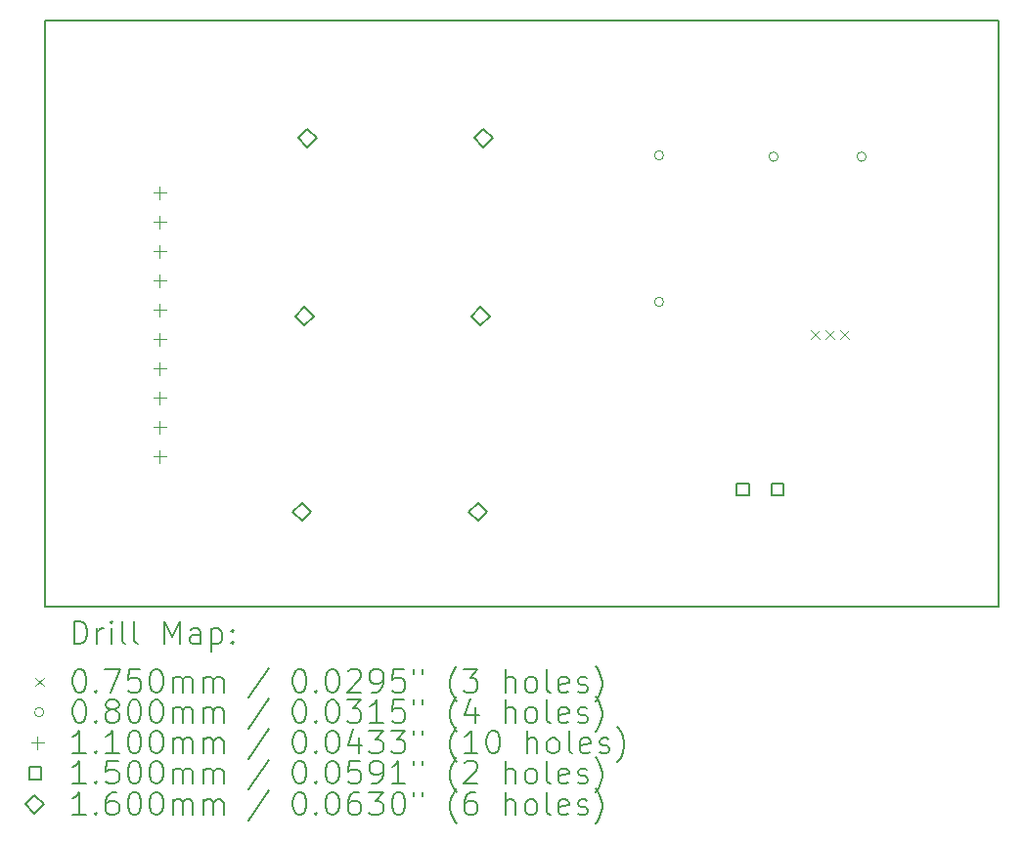
<source format=gbr>
%TF.GenerationSoftware,KiCad,Pcbnew,7.0.8*%
%TF.CreationDate,2025-03-15T15:23:15-04:00*%
%TF.ProjectId,v2315power,76323331-3570-46f7-9765-722e6b696361,rev?*%
%TF.SameCoordinates,Original*%
%TF.FileFunction,Drillmap*%
%TF.FilePolarity,Positive*%
%FSLAX45Y45*%
G04 Gerber Fmt 4.5, Leading zero omitted, Abs format (unit mm)*
G04 Created by KiCad (PCBNEW 7.0.8) date 2025-03-15 15:23:15*
%MOMM*%
%LPD*%
G01*
G04 APERTURE LIST*
%ADD10C,0.200000*%
%ADD11C,0.075000*%
%ADD12C,0.080000*%
%ADD13C,0.110000*%
%ADD14C,0.150000*%
%ADD15C,0.160000*%
G04 APERTURE END LIST*
D10*
X8220000Y-6609000D02*
X16475000Y-6609000D01*
X16475000Y-11689000D01*
X8220000Y-11689000D01*
X8220000Y-6609000D01*
D11*
X14847500Y-9295500D02*
X14922500Y-9370500D01*
X14922500Y-9295500D02*
X14847500Y-9370500D01*
X14974500Y-9295500D02*
X15049500Y-9370500D01*
X15049500Y-9295500D02*
X14974500Y-9370500D01*
X15101500Y-9295500D02*
X15176500Y-9370500D01*
X15176500Y-9295500D02*
X15101500Y-9370500D01*
D12*
X13576000Y-7776000D02*
G75*
G03*
X13576000Y-7776000I-40000J0D01*
G01*
X13576000Y-9046000D02*
G75*
G03*
X13576000Y-9046000I-40000J0D01*
G01*
X14567000Y-7788000D02*
G75*
G03*
X14567000Y-7788000I-40000J0D01*
G01*
X15329000Y-7788000D02*
G75*
G03*
X15329000Y-7788000I-40000J0D01*
G01*
D13*
X9212000Y-8044000D02*
X9212000Y-8154000D01*
X9157000Y-8099000D02*
X9267000Y-8099000D01*
X9212000Y-8298000D02*
X9212000Y-8408000D01*
X9157000Y-8353000D02*
X9267000Y-8353000D01*
X9212000Y-8552000D02*
X9212000Y-8662000D01*
X9157000Y-8607000D02*
X9267000Y-8607000D01*
X9212000Y-8806000D02*
X9212000Y-8916000D01*
X9157000Y-8861000D02*
X9267000Y-8861000D01*
X9212000Y-9060000D02*
X9212000Y-9170000D01*
X9157000Y-9115000D02*
X9267000Y-9115000D01*
X9212000Y-9314000D02*
X9212000Y-9424000D01*
X9157000Y-9369000D02*
X9267000Y-9369000D01*
X9212000Y-9568000D02*
X9212000Y-9678000D01*
X9157000Y-9623000D02*
X9267000Y-9623000D01*
X9212000Y-9822000D02*
X9212000Y-9932000D01*
X9157000Y-9877000D02*
X9267000Y-9877000D01*
X9212000Y-10076000D02*
X9212000Y-10186000D01*
X9157000Y-10131000D02*
X9267000Y-10131000D01*
X9212000Y-10330000D02*
X9212000Y-10440000D01*
X9157000Y-10385000D02*
X9267000Y-10385000D01*
D14*
X14315033Y-10723034D02*
X14315033Y-10616967D01*
X14208966Y-10616967D01*
X14208966Y-10723034D01*
X14315033Y-10723034D01*
X14615033Y-10723034D02*
X14615033Y-10616967D01*
X14508966Y-10616967D01*
X14508966Y-10723034D01*
X14615033Y-10723034D01*
D15*
X10445000Y-10946000D02*
X10525000Y-10866000D01*
X10445000Y-10786000D01*
X10365000Y-10866000D01*
X10445000Y-10946000D01*
X10467000Y-9252000D02*
X10547000Y-9172000D01*
X10467000Y-9092000D01*
X10387000Y-9172000D01*
X10467000Y-9252000D01*
X10491000Y-7707000D02*
X10571000Y-7627000D01*
X10491000Y-7547000D01*
X10411000Y-7627000D01*
X10491000Y-7707000D01*
X11969000Y-10946000D02*
X12049000Y-10866000D01*
X11969000Y-10786000D01*
X11889000Y-10866000D01*
X11969000Y-10946000D01*
X11991000Y-9252000D02*
X12071000Y-9172000D01*
X11991000Y-9092000D01*
X11911000Y-9172000D01*
X11991000Y-9252000D01*
X12015000Y-7707000D02*
X12095000Y-7627000D01*
X12015000Y-7547000D01*
X11935000Y-7627000D01*
X12015000Y-7707000D01*
D10*
X8470777Y-12010484D02*
X8470777Y-11810484D01*
X8470777Y-11810484D02*
X8518396Y-11810484D01*
X8518396Y-11810484D02*
X8546967Y-11820008D01*
X8546967Y-11820008D02*
X8566015Y-11839055D01*
X8566015Y-11839055D02*
X8575539Y-11858103D01*
X8575539Y-11858103D02*
X8585063Y-11896198D01*
X8585063Y-11896198D02*
X8585063Y-11924769D01*
X8585063Y-11924769D02*
X8575539Y-11962865D01*
X8575539Y-11962865D02*
X8566015Y-11981912D01*
X8566015Y-11981912D02*
X8546967Y-12000960D01*
X8546967Y-12000960D02*
X8518396Y-12010484D01*
X8518396Y-12010484D02*
X8470777Y-12010484D01*
X8670777Y-12010484D02*
X8670777Y-11877150D01*
X8670777Y-11915246D02*
X8680301Y-11896198D01*
X8680301Y-11896198D02*
X8689824Y-11886674D01*
X8689824Y-11886674D02*
X8708872Y-11877150D01*
X8708872Y-11877150D02*
X8727920Y-11877150D01*
X8794586Y-12010484D02*
X8794586Y-11877150D01*
X8794586Y-11810484D02*
X8785063Y-11820008D01*
X8785063Y-11820008D02*
X8794586Y-11829531D01*
X8794586Y-11829531D02*
X8804110Y-11820008D01*
X8804110Y-11820008D02*
X8794586Y-11810484D01*
X8794586Y-11810484D02*
X8794586Y-11829531D01*
X8918396Y-12010484D02*
X8899348Y-12000960D01*
X8899348Y-12000960D02*
X8889824Y-11981912D01*
X8889824Y-11981912D02*
X8889824Y-11810484D01*
X9023158Y-12010484D02*
X9004110Y-12000960D01*
X9004110Y-12000960D02*
X8994586Y-11981912D01*
X8994586Y-11981912D02*
X8994586Y-11810484D01*
X9251729Y-12010484D02*
X9251729Y-11810484D01*
X9251729Y-11810484D02*
X9318396Y-11953341D01*
X9318396Y-11953341D02*
X9385063Y-11810484D01*
X9385063Y-11810484D02*
X9385063Y-12010484D01*
X9566015Y-12010484D02*
X9566015Y-11905722D01*
X9566015Y-11905722D02*
X9556491Y-11886674D01*
X9556491Y-11886674D02*
X9537444Y-11877150D01*
X9537444Y-11877150D02*
X9499348Y-11877150D01*
X9499348Y-11877150D02*
X9480301Y-11886674D01*
X9566015Y-12000960D02*
X9546967Y-12010484D01*
X9546967Y-12010484D02*
X9499348Y-12010484D01*
X9499348Y-12010484D02*
X9480301Y-12000960D01*
X9480301Y-12000960D02*
X9470777Y-11981912D01*
X9470777Y-11981912D02*
X9470777Y-11962865D01*
X9470777Y-11962865D02*
X9480301Y-11943817D01*
X9480301Y-11943817D02*
X9499348Y-11934293D01*
X9499348Y-11934293D02*
X9546967Y-11934293D01*
X9546967Y-11934293D02*
X9566015Y-11924769D01*
X9661253Y-11877150D02*
X9661253Y-12077150D01*
X9661253Y-11886674D02*
X9680301Y-11877150D01*
X9680301Y-11877150D02*
X9718396Y-11877150D01*
X9718396Y-11877150D02*
X9737444Y-11886674D01*
X9737444Y-11886674D02*
X9746967Y-11896198D01*
X9746967Y-11896198D02*
X9756491Y-11915246D01*
X9756491Y-11915246D02*
X9756491Y-11972388D01*
X9756491Y-11972388D02*
X9746967Y-11991436D01*
X9746967Y-11991436D02*
X9737444Y-12000960D01*
X9737444Y-12000960D02*
X9718396Y-12010484D01*
X9718396Y-12010484D02*
X9680301Y-12010484D01*
X9680301Y-12010484D02*
X9661253Y-12000960D01*
X9842205Y-11991436D02*
X9851729Y-12000960D01*
X9851729Y-12000960D02*
X9842205Y-12010484D01*
X9842205Y-12010484D02*
X9832682Y-12000960D01*
X9832682Y-12000960D02*
X9842205Y-11991436D01*
X9842205Y-11991436D02*
X9842205Y-12010484D01*
X9842205Y-11886674D02*
X9851729Y-11896198D01*
X9851729Y-11896198D02*
X9842205Y-11905722D01*
X9842205Y-11905722D02*
X9832682Y-11896198D01*
X9832682Y-11896198D02*
X9842205Y-11886674D01*
X9842205Y-11886674D02*
X9842205Y-11905722D01*
D11*
X8135000Y-12301500D02*
X8210000Y-12376500D01*
X8210000Y-12301500D02*
X8135000Y-12376500D01*
D10*
X8508872Y-12230484D02*
X8527920Y-12230484D01*
X8527920Y-12230484D02*
X8546967Y-12240008D01*
X8546967Y-12240008D02*
X8556491Y-12249531D01*
X8556491Y-12249531D02*
X8566015Y-12268579D01*
X8566015Y-12268579D02*
X8575539Y-12306674D01*
X8575539Y-12306674D02*
X8575539Y-12354293D01*
X8575539Y-12354293D02*
X8566015Y-12392388D01*
X8566015Y-12392388D02*
X8556491Y-12411436D01*
X8556491Y-12411436D02*
X8546967Y-12420960D01*
X8546967Y-12420960D02*
X8527920Y-12430484D01*
X8527920Y-12430484D02*
X8508872Y-12430484D01*
X8508872Y-12430484D02*
X8489824Y-12420960D01*
X8489824Y-12420960D02*
X8480301Y-12411436D01*
X8480301Y-12411436D02*
X8470777Y-12392388D01*
X8470777Y-12392388D02*
X8461253Y-12354293D01*
X8461253Y-12354293D02*
X8461253Y-12306674D01*
X8461253Y-12306674D02*
X8470777Y-12268579D01*
X8470777Y-12268579D02*
X8480301Y-12249531D01*
X8480301Y-12249531D02*
X8489824Y-12240008D01*
X8489824Y-12240008D02*
X8508872Y-12230484D01*
X8661253Y-12411436D02*
X8670777Y-12420960D01*
X8670777Y-12420960D02*
X8661253Y-12430484D01*
X8661253Y-12430484D02*
X8651729Y-12420960D01*
X8651729Y-12420960D02*
X8661253Y-12411436D01*
X8661253Y-12411436D02*
X8661253Y-12430484D01*
X8737444Y-12230484D02*
X8870777Y-12230484D01*
X8870777Y-12230484D02*
X8785063Y-12430484D01*
X9042205Y-12230484D02*
X8946967Y-12230484D01*
X8946967Y-12230484D02*
X8937444Y-12325722D01*
X8937444Y-12325722D02*
X8946967Y-12316198D01*
X8946967Y-12316198D02*
X8966015Y-12306674D01*
X8966015Y-12306674D02*
X9013634Y-12306674D01*
X9013634Y-12306674D02*
X9032682Y-12316198D01*
X9032682Y-12316198D02*
X9042205Y-12325722D01*
X9042205Y-12325722D02*
X9051729Y-12344769D01*
X9051729Y-12344769D02*
X9051729Y-12392388D01*
X9051729Y-12392388D02*
X9042205Y-12411436D01*
X9042205Y-12411436D02*
X9032682Y-12420960D01*
X9032682Y-12420960D02*
X9013634Y-12430484D01*
X9013634Y-12430484D02*
X8966015Y-12430484D01*
X8966015Y-12430484D02*
X8946967Y-12420960D01*
X8946967Y-12420960D02*
X8937444Y-12411436D01*
X9175539Y-12230484D02*
X9194586Y-12230484D01*
X9194586Y-12230484D02*
X9213634Y-12240008D01*
X9213634Y-12240008D02*
X9223158Y-12249531D01*
X9223158Y-12249531D02*
X9232682Y-12268579D01*
X9232682Y-12268579D02*
X9242205Y-12306674D01*
X9242205Y-12306674D02*
X9242205Y-12354293D01*
X9242205Y-12354293D02*
X9232682Y-12392388D01*
X9232682Y-12392388D02*
X9223158Y-12411436D01*
X9223158Y-12411436D02*
X9213634Y-12420960D01*
X9213634Y-12420960D02*
X9194586Y-12430484D01*
X9194586Y-12430484D02*
X9175539Y-12430484D01*
X9175539Y-12430484D02*
X9156491Y-12420960D01*
X9156491Y-12420960D02*
X9146967Y-12411436D01*
X9146967Y-12411436D02*
X9137444Y-12392388D01*
X9137444Y-12392388D02*
X9127920Y-12354293D01*
X9127920Y-12354293D02*
X9127920Y-12306674D01*
X9127920Y-12306674D02*
X9137444Y-12268579D01*
X9137444Y-12268579D02*
X9146967Y-12249531D01*
X9146967Y-12249531D02*
X9156491Y-12240008D01*
X9156491Y-12240008D02*
X9175539Y-12230484D01*
X9327920Y-12430484D02*
X9327920Y-12297150D01*
X9327920Y-12316198D02*
X9337444Y-12306674D01*
X9337444Y-12306674D02*
X9356491Y-12297150D01*
X9356491Y-12297150D02*
X9385063Y-12297150D01*
X9385063Y-12297150D02*
X9404110Y-12306674D01*
X9404110Y-12306674D02*
X9413634Y-12325722D01*
X9413634Y-12325722D02*
X9413634Y-12430484D01*
X9413634Y-12325722D02*
X9423158Y-12306674D01*
X9423158Y-12306674D02*
X9442205Y-12297150D01*
X9442205Y-12297150D02*
X9470777Y-12297150D01*
X9470777Y-12297150D02*
X9489825Y-12306674D01*
X9489825Y-12306674D02*
X9499348Y-12325722D01*
X9499348Y-12325722D02*
X9499348Y-12430484D01*
X9594586Y-12430484D02*
X9594586Y-12297150D01*
X9594586Y-12316198D02*
X9604110Y-12306674D01*
X9604110Y-12306674D02*
X9623158Y-12297150D01*
X9623158Y-12297150D02*
X9651729Y-12297150D01*
X9651729Y-12297150D02*
X9670777Y-12306674D01*
X9670777Y-12306674D02*
X9680301Y-12325722D01*
X9680301Y-12325722D02*
X9680301Y-12430484D01*
X9680301Y-12325722D02*
X9689825Y-12306674D01*
X9689825Y-12306674D02*
X9708872Y-12297150D01*
X9708872Y-12297150D02*
X9737444Y-12297150D01*
X9737444Y-12297150D02*
X9756491Y-12306674D01*
X9756491Y-12306674D02*
X9766015Y-12325722D01*
X9766015Y-12325722D02*
X9766015Y-12430484D01*
X10156491Y-12220960D02*
X9985063Y-12478103D01*
X10413634Y-12230484D02*
X10432682Y-12230484D01*
X10432682Y-12230484D02*
X10451729Y-12240008D01*
X10451729Y-12240008D02*
X10461253Y-12249531D01*
X10461253Y-12249531D02*
X10470777Y-12268579D01*
X10470777Y-12268579D02*
X10480301Y-12306674D01*
X10480301Y-12306674D02*
X10480301Y-12354293D01*
X10480301Y-12354293D02*
X10470777Y-12392388D01*
X10470777Y-12392388D02*
X10461253Y-12411436D01*
X10461253Y-12411436D02*
X10451729Y-12420960D01*
X10451729Y-12420960D02*
X10432682Y-12430484D01*
X10432682Y-12430484D02*
X10413634Y-12430484D01*
X10413634Y-12430484D02*
X10394587Y-12420960D01*
X10394587Y-12420960D02*
X10385063Y-12411436D01*
X10385063Y-12411436D02*
X10375539Y-12392388D01*
X10375539Y-12392388D02*
X10366015Y-12354293D01*
X10366015Y-12354293D02*
X10366015Y-12306674D01*
X10366015Y-12306674D02*
X10375539Y-12268579D01*
X10375539Y-12268579D02*
X10385063Y-12249531D01*
X10385063Y-12249531D02*
X10394587Y-12240008D01*
X10394587Y-12240008D02*
X10413634Y-12230484D01*
X10566015Y-12411436D02*
X10575539Y-12420960D01*
X10575539Y-12420960D02*
X10566015Y-12430484D01*
X10566015Y-12430484D02*
X10556491Y-12420960D01*
X10556491Y-12420960D02*
X10566015Y-12411436D01*
X10566015Y-12411436D02*
X10566015Y-12430484D01*
X10699348Y-12230484D02*
X10718396Y-12230484D01*
X10718396Y-12230484D02*
X10737444Y-12240008D01*
X10737444Y-12240008D02*
X10746968Y-12249531D01*
X10746968Y-12249531D02*
X10756491Y-12268579D01*
X10756491Y-12268579D02*
X10766015Y-12306674D01*
X10766015Y-12306674D02*
X10766015Y-12354293D01*
X10766015Y-12354293D02*
X10756491Y-12392388D01*
X10756491Y-12392388D02*
X10746968Y-12411436D01*
X10746968Y-12411436D02*
X10737444Y-12420960D01*
X10737444Y-12420960D02*
X10718396Y-12430484D01*
X10718396Y-12430484D02*
X10699348Y-12430484D01*
X10699348Y-12430484D02*
X10680301Y-12420960D01*
X10680301Y-12420960D02*
X10670777Y-12411436D01*
X10670777Y-12411436D02*
X10661253Y-12392388D01*
X10661253Y-12392388D02*
X10651729Y-12354293D01*
X10651729Y-12354293D02*
X10651729Y-12306674D01*
X10651729Y-12306674D02*
X10661253Y-12268579D01*
X10661253Y-12268579D02*
X10670777Y-12249531D01*
X10670777Y-12249531D02*
X10680301Y-12240008D01*
X10680301Y-12240008D02*
X10699348Y-12230484D01*
X10842206Y-12249531D02*
X10851729Y-12240008D01*
X10851729Y-12240008D02*
X10870777Y-12230484D01*
X10870777Y-12230484D02*
X10918396Y-12230484D01*
X10918396Y-12230484D02*
X10937444Y-12240008D01*
X10937444Y-12240008D02*
X10946968Y-12249531D01*
X10946968Y-12249531D02*
X10956491Y-12268579D01*
X10956491Y-12268579D02*
X10956491Y-12287627D01*
X10956491Y-12287627D02*
X10946968Y-12316198D01*
X10946968Y-12316198D02*
X10832682Y-12430484D01*
X10832682Y-12430484D02*
X10956491Y-12430484D01*
X11051729Y-12430484D02*
X11089825Y-12430484D01*
X11089825Y-12430484D02*
X11108872Y-12420960D01*
X11108872Y-12420960D02*
X11118396Y-12411436D01*
X11118396Y-12411436D02*
X11137444Y-12382865D01*
X11137444Y-12382865D02*
X11146968Y-12344769D01*
X11146968Y-12344769D02*
X11146968Y-12268579D01*
X11146968Y-12268579D02*
X11137444Y-12249531D01*
X11137444Y-12249531D02*
X11127920Y-12240008D01*
X11127920Y-12240008D02*
X11108872Y-12230484D01*
X11108872Y-12230484D02*
X11070777Y-12230484D01*
X11070777Y-12230484D02*
X11051729Y-12240008D01*
X11051729Y-12240008D02*
X11042206Y-12249531D01*
X11042206Y-12249531D02*
X11032682Y-12268579D01*
X11032682Y-12268579D02*
X11032682Y-12316198D01*
X11032682Y-12316198D02*
X11042206Y-12335246D01*
X11042206Y-12335246D02*
X11051729Y-12344769D01*
X11051729Y-12344769D02*
X11070777Y-12354293D01*
X11070777Y-12354293D02*
X11108872Y-12354293D01*
X11108872Y-12354293D02*
X11127920Y-12344769D01*
X11127920Y-12344769D02*
X11137444Y-12335246D01*
X11137444Y-12335246D02*
X11146968Y-12316198D01*
X11327920Y-12230484D02*
X11232682Y-12230484D01*
X11232682Y-12230484D02*
X11223158Y-12325722D01*
X11223158Y-12325722D02*
X11232682Y-12316198D01*
X11232682Y-12316198D02*
X11251729Y-12306674D01*
X11251729Y-12306674D02*
X11299348Y-12306674D01*
X11299348Y-12306674D02*
X11318396Y-12316198D01*
X11318396Y-12316198D02*
X11327920Y-12325722D01*
X11327920Y-12325722D02*
X11337444Y-12344769D01*
X11337444Y-12344769D02*
X11337444Y-12392388D01*
X11337444Y-12392388D02*
X11327920Y-12411436D01*
X11327920Y-12411436D02*
X11318396Y-12420960D01*
X11318396Y-12420960D02*
X11299348Y-12430484D01*
X11299348Y-12430484D02*
X11251729Y-12430484D01*
X11251729Y-12430484D02*
X11232682Y-12420960D01*
X11232682Y-12420960D02*
X11223158Y-12411436D01*
X11413634Y-12230484D02*
X11413634Y-12268579D01*
X11489825Y-12230484D02*
X11489825Y-12268579D01*
X11785063Y-12506674D02*
X11775539Y-12497150D01*
X11775539Y-12497150D02*
X11756491Y-12468579D01*
X11756491Y-12468579D02*
X11746968Y-12449531D01*
X11746968Y-12449531D02*
X11737444Y-12420960D01*
X11737444Y-12420960D02*
X11727920Y-12373341D01*
X11727920Y-12373341D02*
X11727920Y-12335246D01*
X11727920Y-12335246D02*
X11737444Y-12287627D01*
X11737444Y-12287627D02*
X11746968Y-12259055D01*
X11746968Y-12259055D02*
X11756491Y-12240008D01*
X11756491Y-12240008D02*
X11775539Y-12211436D01*
X11775539Y-12211436D02*
X11785063Y-12201912D01*
X11842206Y-12230484D02*
X11966015Y-12230484D01*
X11966015Y-12230484D02*
X11899348Y-12306674D01*
X11899348Y-12306674D02*
X11927920Y-12306674D01*
X11927920Y-12306674D02*
X11946968Y-12316198D01*
X11946968Y-12316198D02*
X11956491Y-12325722D01*
X11956491Y-12325722D02*
X11966015Y-12344769D01*
X11966015Y-12344769D02*
X11966015Y-12392388D01*
X11966015Y-12392388D02*
X11956491Y-12411436D01*
X11956491Y-12411436D02*
X11946968Y-12420960D01*
X11946968Y-12420960D02*
X11927920Y-12430484D01*
X11927920Y-12430484D02*
X11870777Y-12430484D01*
X11870777Y-12430484D02*
X11851729Y-12420960D01*
X11851729Y-12420960D02*
X11842206Y-12411436D01*
X12204110Y-12430484D02*
X12204110Y-12230484D01*
X12289825Y-12430484D02*
X12289825Y-12325722D01*
X12289825Y-12325722D02*
X12280301Y-12306674D01*
X12280301Y-12306674D02*
X12261253Y-12297150D01*
X12261253Y-12297150D02*
X12232682Y-12297150D01*
X12232682Y-12297150D02*
X12213634Y-12306674D01*
X12213634Y-12306674D02*
X12204110Y-12316198D01*
X12413634Y-12430484D02*
X12394587Y-12420960D01*
X12394587Y-12420960D02*
X12385063Y-12411436D01*
X12385063Y-12411436D02*
X12375539Y-12392388D01*
X12375539Y-12392388D02*
X12375539Y-12335246D01*
X12375539Y-12335246D02*
X12385063Y-12316198D01*
X12385063Y-12316198D02*
X12394587Y-12306674D01*
X12394587Y-12306674D02*
X12413634Y-12297150D01*
X12413634Y-12297150D02*
X12442206Y-12297150D01*
X12442206Y-12297150D02*
X12461253Y-12306674D01*
X12461253Y-12306674D02*
X12470777Y-12316198D01*
X12470777Y-12316198D02*
X12480301Y-12335246D01*
X12480301Y-12335246D02*
X12480301Y-12392388D01*
X12480301Y-12392388D02*
X12470777Y-12411436D01*
X12470777Y-12411436D02*
X12461253Y-12420960D01*
X12461253Y-12420960D02*
X12442206Y-12430484D01*
X12442206Y-12430484D02*
X12413634Y-12430484D01*
X12594587Y-12430484D02*
X12575539Y-12420960D01*
X12575539Y-12420960D02*
X12566015Y-12401912D01*
X12566015Y-12401912D02*
X12566015Y-12230484D01*
X12746968Y-12420960D02*
X12727920Y-12430484D01*
X12727920Y-12430484D02*
X12689825Y-12430484D01*
X12689825Y-12430484D02*
X12670777Y-12420960D01*
X12670777Y-12420960D02*
X12661253Y-12401912D01*
X12661253Y-12401912D02*
X12661253Y-12325722D01*
X12661253Y-12325722D02*
X12670777Y-12306674D01*
X12670777Y-12306674D02*
X12689825Y-12297150D01*
X12689825Y-12297150D02*
X12727920Y-12297150D01*
X12727920Y-12297150D02*
X12746968Y-12306674D01*
X12746968Y-12306674D02*
X12756491Y-12325722D01*
X12756491Y-12325722D02*
X12756491Y-12344769D01*
X12756491Y-12344769D02*
X12661253Y-12363817D01*
X12832682Y-12420960D02*
X12851730Y-12430484D01*
X12851730Y-12430484D02*
X12889825Y-12430484D01*
X12889825Y-12430484D02*
X12908872Y-12420960D01*
X12908872Y-12420960D02*
X12918396Y-12401912D01*
X12918396Y-12401912D02*
X12918396Y-12392388D01*
X12918396Y-12392388D02*
X12908872Y-12373341D01*
X12908872Y-12373341D02*
X12889825Y-12363817D01*
X12889825Y-12363817D02*
X12861253Y-12363817D01*
X12861253Y-12363817D02*
X12842206Y-12354293D01*
X12842206Y-12354293D02*
X12832682Y-12335246D01*
X12832682Y-12335246D02*
X12832682Y-12325722D01*
X12832682Y-12325722D02*
X12842206Y-12306674D01*
X12842206Y-12306674D02*
X12861253Y-12297150D01*
X12861253Y-12297150D02*
X12889825Y-12297150D01*
X12889825Y-12297150D02*
X12908872Y-12306674D01*
X12985063Y-12506674D02*
X12994587Y-12497150D01*
X12994587Y-12497150D02*
X13013634Y-12468579D01*
X13013634Y-12468579D02*
X13023158Y-12449531D01*
X13023158Y-12449531D02*
X13032682Y-12420960D01*
X13032682Y-12420960D02*
X13042206Y-12373341D01*
X13042206Y-12373341D02*
X13042206Y-12335246D01*
X13042206Y-12335246D02*
X13032682Y-12287627D01*
X13032682Y-12287627D02*
X13023158Y-12259055D01*
X13023158Y-12259055D02*
X13013634Y-12240008D01*
X13013634Y-12240008D02*
X12994587Y-12211436D01*
X12994587Y-12211436D02*
X12985063Y-12201912D01*
D12*
X8210000Y-12603000D02*
G75*
G03*
X8210000Y-12603000I-40000J0D01*
G01*
D10*
X8508872Y-12494484D02*
X8527920Y-12494484D01*
X8527920Y-12494484D02*
X8546967Y-12504008D01*
X8546967Y-12504008D02*
X8556491Y-12513531D01*
X8556491Y-12513531D02*
X8566015Y-12532579D01*
X8566015Y-12532579D02*
X8575539Y-12570674D01*
X8575539Y-12570674D02*
X8575539Y-12618293D01*
X8575539Y-12618293D02*
X8566015Y-12656388D01*
X8566015Y-12656388D02*
X8556491Y-12675436D01*
X8556491Y-12675436D02*
X8546967Y-12684960D01*
X8546967Y-12684960D02*
X8527920Y-12694484D01*
X8527920Y-12694484D02*
X8508872Y-12694484D01*
X8508872Y-12694484D02*
X8489824Y-12684960D01*
X8489824Y-12684960D02*
X8480301Y-12675436D01*
X8480301Y-12675436D02*
X8470777Y-12656388D01*
X8470777Y-12656388D02*
X8461253Y-12618293D01*
X8461253Y-12618293D02*
X8461253Y-12570674D01*
X8461253Y-12570674D02*
X8470777Y-12532579D01*
X8470777Y-12532579D02*
X8480301Y-12513531D01*
X8480301Y-12513531D02*
X8489824Y-12504008D01*
X8489824Y-12504008D02*
X8508872Y-12494484D01*
X8661253Y-12675436D02*
X8670777Y-12684960D01*
X8670777Y-12684960D02*
X8661253Y-12694484D01*
X8661253Y-12694484D02*
X8651729Y-12684960D01*
X8651729Y-12684960D02*
X8661253Y-12675436D01*
X8661253Y-12675436D02*
X8661253Y-12694484D01*
X8785063Y-12580198D02*
X8766015Y-12570674D01*
X8766015Y-12570674D02*
X8756491Y-12561150D01*
X8756491Y-12561150D02*
X8746967Y-12542103D01*
X8746967Y-12542103D02*
X8746967Y-12532579D01*
X8746967Y-12532579D02*
X8756491Y-12513531D01*
X8756491Y-12513531D02*
X8766015Y-12504008D01*
X8766015Y-12504008D02*
X8785063Y-12494484D01*
X8785063Y-12494484D02*
X8823158Y-12494484D01*
X8823158Y-12494484D02*
X8842205Y-12504008D01*
X8842205Y-12504008D02*
X8851729Y-12513531D01*
X8851729Y-12513531D02*
X8861253Y-12532579D01*
X8861253Y-12532579D02*
X8861253Y-12542103D01*
X8861253Y-12542103D02*
X8851729Y-12561150D01*
X8851729Y-12561150D02*
X8842205Y-12570674D01*
X8842205Y-12570674D02*
X8823158Y-12580198D01*
X8823158Y-12580198D02*
X8785063Y-12580198D01*
X8785063Y-12580198D02*
X8766015Y-12589722D01*
X8766015Y-12589722D02*
X8756491Y-12599246D01*
X8756491Y-12599246D02*
X8746967Y-12618293D01*
X8746967Y-12618293D02*
X8746967Y-12656388D01*
X8746967Y-12656388D02*
X8756491Y-12675436D01*
X8756491Y-12675436D02*
X8766015Y-12684960D01*
X8766015Y-12684960D02*
X8785063Y-12694484D01*
X8785063Y-12694484D02*
X8823158Y-12694484D01*
X8823158Y-12694484D02*
X8842205Y-12684960D01*
X8842205Y-12684960D02*
X8851729Y-12675436D01*
X8851729Y-12675436D02*
X8861253Y-12656388D01*
X8861253Y-12656388D02*
X8861253Y-12618293D01*
X8861253Y-12618293D02*
X8851729Y-12599246D01*
X8851729Y-12599246D02*
X8842205Y-12589722D01*
X8842205Y-12589722D02*
X8823158Y-12580198D01*
X8985063Y-12494484D02*
X9004110Y-12494484D01*
X9004110Y-12494484D02*
X9023158Y-12504008D01*
X9023158Y-12504008D02*
X9032682Y-12513531D01*
X9032682Y-12513531D02*
X9042205Y-12532579D01*
X9042205Y-12532579D02*
X9051729Y-12570674D01*
X9051729Y-12570674D02*
X9051729Y-12618293D01*
X9051729Y-12618293D02*
X9042205Y-12656388D01*
X9042205Y-12656388D02*
X9032682Y-12675436D01*
X9032682Y-12675436D02*
X9023158Y-12684960D01*
X9023158Y-12684960D02*
X9004110Y-12694484D01*
X9004110Y-12694484D02*
X8985063Y-12694484D01*
X8985063Y-12694484D02*
X8966015Y-12684960D01*
X8966015Y-12684960D02*
X8956491Y-12675436D01*
X8956491Y-12675436D02*
X8946967Y-12656388D01*
X8946967Y-12656388D02*
X8937444Y-12618293D01*
X8937444Y-12618293D02*
X8937444Y-12570674D01*
X8937444Y-12570674D02*
X8946967Y-12532579D01*
X8946967Y-12532579D02*
X8956491Y-12513531D01*
X8956491Y-12513531D02*
X8966015Y-12504008D01*
X8966015Y-12504008D02*
X8985063Y-12494484D01*
X9175539Y-12494484D02*
X9194586Y-12494484D01*
X9194586Y-12494484D02*
X9213634Y-12504008D01*
X9213634Y-12504008D02*
X9223158Y-12513531D01*
X9223158Y-12513531D02*
X9232682Y-12532579D01*
X9232682Y-12532579D02*
X9242205Y-12570674D01*
X9242205Y-12570674D02*
X9242205Y-12618293D01*
X9242205Y-12618293D02*
X9232682Y-12656388D01*
X9232682Y-12656388D02*
X9223158Y-12675436D01*
X9223158Y-12675436D02*
X9213634Y-12684960D01*
X9213634Y-12684960D02*
X9194586Y-12694484D01*
X9194586Y-12694484D02*
X9175539Y-12694484D01*
X9175539Y-12694484D02*
X9156491Y-12684960D01*
X9156491Y-12684960D02*
X9146967Y-12675436D01*
X9146967Y-12675436D02*
X9137444Y-12656388D01*
X9137444Y-12656388D02*
X9127920Y-12618293D01*
X9127920Y-12618293D02*
X9127920Y-12570674D01*
X9127920Y-12570674D02*
X9137444Y-12532579D01*
X9137444Y-12532579D02*
X9146967Y-12513531D01*
X9146967Y-12513531D02*
X9156491Y-12504008D01*
X9156491Y-12504008D02*
X9175539Y-12494484D01*
X9327920Y-12694484D02*
X9327920Y-12561150D01*
X9327920Y-12580198D02*
X9337444Y-12570674D01*
X9337444Y-12570674D02*
X9356491Y-12561150D01*
X9356491Y-12561150D02*
X9385063Y-12561150D01*
X9385063Y-12561150D02*
X9404110Y-12570674D01*
X9404110Y-12570674D02*
X9413634Y-12589722D01*
X9413634Y-12589722D02*
X9413634Y-12694484D01*
X9413634Y-12589722D02*
X9423158Y-12570674D01*
X9423158Y-12570674D02*
X9442205Y-12561150D01*
X9442205Y-12561150D02*
X9470777Y-12561150D01*
X9470777Y-12561150D02*
X9489825Y-12570674D01*
X9489825Y-12570674D02*
X9499348Y-12589722D01*
X9499348Y-12589722D02*
X9499348Y-12694484D01*
X9594586Y-12694484D02*
X9594586Y-12561150D01*
X9594586Y-12580198D02*
X9604110Y-12570674D01*
X9604110Y-12570674D02*
X9623158Y-12561150D01*
X9623158Y-12561150D02*
X9651729Y-12561150D01*
X9651729Y-12561150D02*
X9670777Y-12570674D01*
X9670777Y-12570674D02*
X9680301Y-12589722D01*
X9680301Y-12589722D02*
X9680301Y-12694484D01*
X9680301Y-12589722D02*
X9689825Y-12570674D01*
X9689825Y-12570674D02*
X9708872Y-12561150D01*
X9708872Y-12561150D02*
X9737444Y-12561150D01*
X9737444Y-12561150D02*
X9756491Y-12570674D01*
X9756491Y-12570674D02*
X9766015Y-12589722D01*
X9766015Y-12589722D02*
X9766015Y-12694484D01*
X10156491Y-12484960D02*
X9985063Y-12742103D01*
X10413634Y-12494484D02*
X10432682Y-12494484D01*
X10432682Y-12494484D02*
X10451729Y-12504008D01*
X10451729Y-12504008D02*
X10461253Y-12513531D01*
X10461253Y-12513531D02*
X10470777Y-12532579D01*
X10470777Y-12532579D02*
X10480301Y-12570674D01*
X10480301Y-12570674D02*
X10480301Y-12618293D01*
X10480301Y-12618293D02*
X10470777Y-12656388D01*
X10470777Y-12656388D02*
X10461253Y-12675436D01*
X10461253Y-12675436D02*
X10451729Y-12684960D01*
X10451729Y-12684960D02*
X10432682Y-12694484D01*
X10432682Y-12694484D02*
X10413634Y-12694484D01*
X10413634Y-12694484D02*
X10394587Y-12684960D01*
X10394587Y-12684960D02*
X10385063Y-12675436D01*
X10385063Y-12675436D02*
X10375539Y-12656388D01*
X10375539Y-12656388D02*
X10366015Y-12618293D01*
X10366015Y-12618293D02*
X10366015Y-12570674D01*
X10366015Y-12570674D02*
X10375539Y-12532579D01*
X10375539Y-12532579D02*
X10385063Y-12513531D01*
X10385063Y-12513531D02*
X10394587Y-12504008D01*
X10394587Y-12504008D02*
X10413634Y-12494484D01*
X10566015Y-12675436D02*
X10575539Y-12684960D01*
X10575539Y-12684960D02*
X10566015Y-12694484D01*
X10566015Y-12694484D02*
X10556491Y-12684960D01*
X10556491Y-12684960D02*
X10566015Y-12675436D01*
X10566015Y-12675436D02*
X10566015Y-12694484D01*
X10699348Y-12494484D02*
X10718396Y-12494484D01*
X10718396Y-12494484D02*
X10737444Y-12504008D01*
X10737444Y-12504008D02*
X10746968Y-12513531D01*
X10746968Y-12513531D02*
X10756491Y-12532579D01*
X10756491Y-12532579D02*
X10766015Y-12570674D01*
X10766015Y-12570674D02*
X10766015Y-12618293D01*
X10766015Y-12618293D02*
X10756491Y-12656388D01*
X10756491Y-12656388D02*
X10746968Y-12675436D01*
X10746968Y-12675436D02*
X10737444Y-12684960D01*
X10737444Y-12684960D02*
X10718396Y-12694484D01*
X10718396Y-12694484D02*
X10699348Y-12694484D01*
X10699348Y-12694484D02*
X10680301Y-12684960D01*
X10680301Y-12684960D02*
X10670777Y-12675436D01*
X10670777Y-12675436D02*
X10661253Y-12656388D01*
X10661253Y-12656388D02*
X10651729Y-12618293D01*
X10651729Y-12618293D02*
X10651729Y-12570674D01*
X10651729Y-12570674D02*
X10661253Y-12532579D01*
X10661253Y-12532579D02*
X10670777Y-12513531D01*
X10670777Y-12513531D02*
X10680301Y-12504008D01*
X10680301Y-12504008D02*
X10699348Y-12494484D01*
X10832682Y-12494484D02*
X10956491Y-12494484D01*
X10956491Y-12494484D02*
X10889825Y-12570674D01*
X10889825Y-12570674D02*
X10918396Y-12570674D01*
X10918396Y-12570674D02*
X10937444Y-12580198D01*
X10937444Y-12580198D02*
X10946968Y-12589722D01*
X10946968Y-12589722D02*
X10956491Y-12608769D01*
X10956491Y-12608769D02*
X10956491Y-12656388D01*
X10956491Y-12656388D02*
X10946968Y-12675436D01*
X10946968Y-12675436D02*
X10937444Y-12684960D01*
X10937444Y-12684960D02*
X10918396Y-12694484D01*
X10918396Y-12694484D02*
X10861253Y-12694484D01*
X10861253Y-12694484D02*
X10842206Y-12684960D01*
X10842206Y-12684960D02*
X10832682Y-12675436D01*
X11146968Y-12694484D02*
X11032682Y-12694484D01*
X11089825Y-12694484D02*
X11089825Y-12494484D01*
X11089825Y-12494484D02*
X11070777Y-12523055D01*
X11070777Y-12523055D02*
X11051729Y-12542103D01*
X11051729Y-12542103D02*
X11032682Y-12551627D01*
X11327920Y-12494484D02*
X11232682Y-12494484D01*
X11232682Y-12494484D02*
X11223158Y-12589722D01*
X11223158Y-12589722D02*
X11232682Y-12580198D01*
X11232682Y-12580198D02*
X11251729Y-12570674D01*
X11251729Y-12570674D02*
X11299348Y-12570674D01*
X11299348Y-12570674D02*
X11318396Y-12580198D01*
X11318396Y-12580198D02*
X11327920Y-12589722D01*
X11327920Y-12589722D02*
X11337444Y-12608769D01*
X11337444Y-12608769D02*
X11337444Y-12656388D01*
X11337444Y-12656388D02*
X11327920Y-12675436D01*
X11327920Y-12675436D02*
X11318396Y-12684960D01*
X11318396Y-12684960D02*
X11299348Y-12694484D01*
X11299348Y-12694484D02*
X11251729Y-12694484D01*
X11251729Y-12694484D02*
X11232682Y-12684960D01*
X11232682Y-12684960D02*
X11223158Y-12675436D01*
X11413634Y-12494484D02*
X11413634Y-12532579D01*
X11489825Y-12494484D02*
X11489825Y-12532579D01*
X11785063Y-12770674D02*
X11775539Y-12761150D01*
X11775539Y-12761150D02*
X11756491Y-12732579D01*
X11756491Y-12732579D02*
X11746968Y-12713531D01*
X11746968Y-12713531D02*
X11737444Y-12684960D01*
X11737444Y-12684960D02*
X11727920Y-12637341D01*
X11727920Y-12637341D02*
X11727920Y-12599246D01*
X11727920Y-12599246D02*
X11737444Y-12551627D01*
X11737444Y-12551627D02*
X11746968Y-12523055D01*
X11746968Y-12523055D02*
X11756491Y-12504008D01*
X11756491Y-12504008D02*
X11775539Y-12475436D01*
X11775539Y-12475436D02*
X11785063Y-12465912D01*
X11946968Y-12561150D02*
X11946968Y-12694484D01*
X11899348Y-12484960D02*
X11851729Y-12627817D01*
X11851729Y-12627817D02*
X11975539Y-12627817D01*
X12204110Y-12694484D02*
X12204110Y-12494484D01*
X12289825Y-12694484D02*
X12289825Y-12589722D01*
X12289825Y-12589722D02*
X12280301Y-12570674D01*
X12280301Y-12570674D02*
X12261253Y-12561150D01*
X12261253Y-12561150D02*
X12232682Y-12561150D01*
X12232682Y-12561150D02*
X12213634Y-12570674D01*
X12213634Y-12570674D02*
X12204110Y-12580198D01*
X12413634Y-12694484D02*
X12394587Y-12684960D01*
X12394587Y-12684960D02*
X12385063Y-12675436D01*
X12385063Y-12675436D02*
X12375539Y-12656388D01*
X12375539Y-12656388D02*
X12375539Y-12599246D01*
X12375539Y-12599246D02*
X12385063Y-12580198D01*
X12385063Y-12580198D02*
X12394587Y-12570674D01*
X12394587Y-12570674D02*
X12413634Y-12561150D01*
X12413634Y-12561150D02*
X12442206Y-12561150D01*
X12442206Y-12561150D02*
X12461253Y-12570674D01*
X12461253Y-12570674D02*
X12470777Y-12580198D01*
X12470777Y-12580198D02*
X12480301Y-12599246D01*
X12480301Y-12599246D02*
X12480301Y-12656388D01*
X12480301Y-12656388D02*
X12470777Y-12675436D01*
X12470777Y-12675436D02*
X12461253Y-12684960D01*
X12461253Y-12684960D02*
X12442206Y-12694484D01*
X12442206Y-12694484D02*
X12413634Y-12694484D01*
X12594587Y-12694484D02*
X12575539Y-12684960D01*
X12575539Y-12684960D02*
X12566015Y-12665912D01*
X12566015Y-12665912D02*
X12566015Y-12494484D01*
X12746968Y-12684960D02*
X12727920Y-12694484D01*
X12727920Y-12694484D02*
X12689825Y-12694484D01*
X12689825Y-12694484D02*
X12670777Y-12684960D01*
X12670777Y-12684960D02*
X12661253Y-12665912D01*
X12661253Y-12665912D02*
X12661253Y-12589722D01*
X12661253Y-12589722D02*
X12670777Y-12570674D01*
X12670777Y-12570674D02*
X12689825Y-12561150D01*
X12689825Y-12561150D02*
X12727920Y-12561150D01*
X12727920Y-12561150D02*
X12746968Y-12570674D01*
X12746968Y-12570674D02*
X12756491Y-12589722D01*
X12756491Y-12589722D02*
X12756491Y-12608769D01*
X12756491Y-12608769D02*
X12661253Y-12627817D01*
X12832682Y-12684960D02*
X12851730Y-12694484D01*
X12851730Y-12694484D02*
X12889825Y-12694484D01*
X12889825Y-12694484D02*
X12908872Y-12684960D01*
X12908872Y-12684960D02*
X12918396Y-12665912D01*
X12918396Y-12665912D02*
X12918396Y-12656388D01*
X12918396Y-12656388D02*
X12908872Y-12637341D01*
X12908872Y-12637341D02*
X12889825Y-12627817D01*
X12889825Y-12627817D02*
X12861253Y-12627817D01*
X12861253Y-12627817D02*
X12842206Y-12618293D01*
X12842206Y-12618293D02*
X12832682Y-12599246D01*
X12832682Y-12599246D02*
X12832682Y-12589722D01*
X12832682Y-12589722D02*
X12842206Y-12570674D01*
X12842206Y-12570674D02*
X12861253Y-12561150D01*
X12861253Y-12561150D02*
X12889825Y-12561150D01*
X12889825Y-12561150D02*
X12908872Y-12570674D01*
X12985063Y-12770674D02*
X12994587Y-12761150D01*
X12994587Y-12761150D02*
X13013634Y-12732579D01*
X13013634Y-12732579D02*
X13023158Y-12713531D01*
X13023158Y-12713531D02*
X13032682Y-12684960D01*
X13032682Y-12684960D02*
X13042206Y-12637341D01*
X13042206Y-12637341D02*
X13042206Y-12599246D01*
X13042206Y-12599246D02*
X13032682Y-12551627D01*
X13032682Y-12551627D02*
X13023158Y-12523055D01*
X13023158Y-12523055D02*
X13013634Y-12504008D01*
X13013634Y-12504008D02*
X12994587Y-12475436D01*
X12994587Y-12475436D02*
X12985063Y-12465912D01*
D13*
X8155000Y-12812000D02*
X8155000Y-12922000D01*
X8100000Y-12867000D02*
X8210000Y-12867000D01*
D10*
X8575539Y-12958484D02*
X8461253Y-12958484D01*
X8518396Y-12958484D02*
X8518396Y-12758484D01*
X8518396Y-12758484D02*
X8499348Y-12787055D01*
X8499348Y-12787055D02*
X8480301Y-12806103D01*
X8480301Y-12806103D02*
X8461253Y-12815627D01*
X8661253Y-12939436D02*
X8670777Y-12948960D01*
X8670777Y-12948960D02*
X8661253Y-12958484D01*
X8661253Y-12958484D02*
X8651729Y-12948960D01*
X8651729Y-12948960D02*
X8661253Y-12939436D01*
X8661253Y-12939436D02*
X8661253Y-12958484D01*
X8861253Y-12958484D02*
X8746967Y-12958484D01*
X8804110Y-12958484D02*
X8804110Y-12758484D01*
X8804110Y-12758484D02*
X8785063Y-12787055D01*
X8785063Y-12787055D02*
X8766015Y-12806103D01*
X8766015Y-12806103D02*
X8746967Y-12815627D01*
X8985063Y-12758484D02*
X9004110Y-12758484D01*
X9004110Y-12758484D02*
X9023158Y-12768008D01*
X9023158Y-12768008D02*
X9032682Y-12777531D01*
X9032682Y-12777531D02*
X9042205Y-12796579D01*
X9042205Y-12796579D02*
X9051729Y-12834674D01*
X9051729Y-12834674D02*
X9051729Y-12882293D01*
X9051729Y-12882293D02*
X9042205Y-12920388D01*
X9042205Y-12920388D02*
X9032682Y-12939436D01*
X9032682Y-12939436D02*
X9023158Y-12948960D01*
X9023158Y-12948960D02*
X9004110Y-12958484D01*
X9004110Y-12958484D02*
X8985063Y-12958484D01*
X8985063Y-12958484D02*
X8966015Y-12948960D01*
X8966015Y-12948960D02*
X8956491Y-12939436D01*
X8956491Y-12939436D02*
X8946967Y-12920388D01*
X8946967Y-12920388D02*
X8937444Y-12882293D01*
X8937444Y-12882293D02*
X8937444Y-12834674D01*
X8937444Y-12834674D02*
X8946967Y-12796579D01*
X8946967Y-12796579D02*
X8956491Y-12777531D01*
X8956491Y-12777531D02*
X8966015Y-12768008D01*
X8966015Y-12768008D02*
X8985063Y-12758484D01*
X9175539Y-12758484D02*
X9194586Y-12758484D01*
X9194586Y-12758484D02*
X9213634Y-12768008D01*
X9213634Y-12768008D02*
X9223158Y-12777531D01*
X9223158Y-12777531D02*
X9232682Y-12796579D01*
X9232682Y-12796579D02*
X9242205Y-12834674D01*
X9242205Y-12834674D02*
X9242205Y-12882293D01*
X9242205Y-12882293D02*
X9232682Y-12920388D01*
X9232682Y-12920388D02*
X9223158Y-12939436D01*
X9223158Y-12939436D02*
X9213634Y-12948960D01*
X9213634Y-12948960D02*
X9194586Y-12958484D01*
X9194586Y-12958484D02*
X9175539Y-12958484D01*
X9175539Y-12958484D02*
X9156491Y-12948960D01*
X9156491Y-12948960D02*
X9146967Y-12939436D01*
X9146967Y-12939436D02*
X9137444Y-12920388D01*
X9137444Y-12920388D02*
X9127920Y-12882293D01*
X9127920Y-12882293D02*
X9127920Y-12834674D01*
X9127920Y-12834674D02*
X9137444Y-12796579D01*
X9137444Y-12796579D02*
X9146967Y-12777531D01*
X9146967Y-12777531D02*
X9156491Y-12768008D01*
X9156491Y-12768008D02*
X9175539Y-12758484D01*
X9327920Y-12958484D02*
X9327920Y-12825150D01*
X9327920Y-12844198D02*
X9337444Y-12834674D01*
X9337444Y-12834674D02*
X9356491Y-12825150D01*
X9356491Y-12825150D02*
X9385063Y-12825150D01*
X9385063Y-12825150D02*
X9404110Y-12834674D01*
X9404110Y-12834674D02*
X9413634Y-12853722D01*
X9413634Y-12853722D02*
X9413634Y-12958484D01*
X9413634Y-12853722D02*
X9423158Y-12834674D01*
X9423158Y-12834674D02*
X9442205Y-12825150D01*
X9442205Y-12825150D02*
X9470777Y-12825150D01*
X9470777Y-12825150D02*
X9489825Y-12834674D01*
X9489825Y-12834674D02*
X9499348Y-12853722D01*
X9499348Y-12853722D02*
X9499348Y-12958484D01*
X9594586Y-12958484D02*
X9594586Y-12825150D01*
X9594586Y-12844198D02*
X9604110Y-12834674D01*
X9604110Y-12834674D02*
X9623158Y-12825150D01*
X9623158Y-12825150D02*
X9651729Y-12825150D01*
X9651729Y-12825150D02*
X9670777Y-12834674D01*
X9670777Y-12834674D02*
X9680301Y-12853722D01*
X9680301Y-12853722D02*
X9680301Y-12958484D01*
X9680301Y-12853722D02*
X9689825Y-12834674D01*
X9689825Y-12834674D02*
X9708872Y-12825150D01*
X9708872Y-12825150D02*
X9737444Y-12825150D01*
X9737444Y-12825150D02*
X9756491Y-12834674D01*
X9756491Y-12834674D02*
X9766015Y-12853722D01*
X9766015Y-12853722D02*
X9766015Y-12958484D01*
X10156491Y-12748960D02*
X9985063Y-13006103D01*
X10413634Y-12758484D02*
X10432682Y-12758484D01*
X10432682Y-12758484D02*
X10451729Y-12768008D01*
X10451729Y-12768008D02*
X10461253Y-12777531D01*
X10461253Y-12777531D02*
X10470777Y-12796579D01*
X10470777Y-12796579D02*
X10480301Y-12834674D01*
X10480301Y-12834674D02*
X10480301Y-12882293D01*
X10480301Y-12882293D02*
X10470777Y-12920388D01*
X10470777Y-12920388D02*
X10461253Y-12939436D01*
X10461253Y-12939436D02*
X10451729Y-12948960D01*
X10451729Y-12948960D02*
X10432682Y-12958484D01*
X10432682Y-12958484D02*
X10413634Y-12958484D01*
X10413634Y-12958484D02*
X10394587Y-12948960D01*
X10394587Y-12948960D02*
X10385063Y-12939436D01*
X10385063Y-12939436D02*
X10375539Y-12920388D01*
X10375539Y-12920388D02*
X10366015Y-12882293D01*
X10366015Y-12882293D02*
X10366015Y-12834674D01*
X10366015Y-12834674D02*
X10375539Y-12796579D01*
X10375539Y-12796579D02*
X10385063Y-12777531D01*
X10385063Y-12777531D02*
X10394587Y-12768008D01*
X10394587Y-12768008D02*
X10413634Y-12758484D01*
X10566015Y-12939436D02*
X10575539Y-12948960D01*
X10575539Y-12948960D02*
X10566015Y-12958484D01*
X10566015Y-12958484D02*
X10556491Y-12948960D01*
X10556491Y-12948960D02*
X10566015Y-12939436D01*
X10566015Y-12939436D02*
X10566015Y-12958484D01*
X10699348Y-12758484D02*
X10718396Y-12758484D01*
X10718396Y-12758484D02*
X10737444Y-12768008D01*
X10737444Y-12768008D02*
X10746968Y-12777531D01*
X10746968Y-12777531D02*
X10756491Y-12796579D01*
X10756491Y-12796579D02*
X10766015Y-12834674D01*
X10766015Y-12834674D02*
X10766015Y-12882293D01*
X10766015Y-12882293D02*
X10756491Y-12920388D01*
X10756491Y-12920388D02*
X10746968Y-12939436D01*
X10746968Y-12939436D02*
X10737444Y-12948960D01*
X10737444Y-12948960D02*
X10718396Y-12958484D01*
X10718396Y-12958484D02*
X10699348Y-12958484D01*
X10699348Y-12958484D02*
X10680301Y-12948960D01*
X10680301Y-12948960D02*
X10670777Y-12939436D01*
X10670777Y-12939436D02*
X10661253Y-12920388D01*
X10661253Y-12920388D02*
X10651729Y-12882293D01*
X10651729Y-12882293D02*
X10651729Y-12834674D01*
X10651729Y-12834674D02*
X10661253Y-12796579D01*
X10661253Y-12796579D02*
X10670777Y-12777531D01*
X10670777Y-12777531D02*
X10680301Y-12768008D01*
X10680301Y-12768008D02*
X10699348Y-12758484D01*
X10937444Y-12825150D02*
X10937444Y-12958484D01*
X10889825Y-12748960D02*
X10842206Y-12891817D01*
X10842206Y-12891817D02*
X10966015Y-12891817D01*
X11023158Y-12758484D02*
X11146968Y-12758484D01*
X11146968Y-12758484D02*
X11080301Y-12834674D01*
X11080301Y-12834674D02*
X11108872Y-12834674D01*
X11108872Y-12834674D02*
X11127920Y-12844198D01*
X11127920Y-12844198D02*
X11137444Y-12853722D01*
X11137444Y-12853722D02*
X11146968Y-12872769D01*
X11146968Y-12872769D02*
X11146968Y-12920388D01*
X11146968Y-12920388D02*
X11137444Y-12939436D01*
X11137444Y-12939436D02*
X11127920Y-12948960D01*
X11127920Y-12948960D02*
X11108872Y-12958484D01*
X11108872Y-12958484D02*
X11051729Y-12958484D01*
X11051729Y-12958484D02*
X11032682Y-12948960D01*
X11032682Y-12948960D02*
X11023158Y-12939436D01*
X11213634Y-12758484D02*
X11337444Y-12758484D01*
X11337444Y-12758484D02*
X11270777Y-12834674D01*
X11270777Y-12834674D02*
X11299348Y-12834674D01*
X11299348Y-12834674D02*
X11318396Y-12844198D01*
X11318396Y-12844198D02*
X11327920Y-12853722D01*
X11327920Y-12853722D02*
X11337444Y-12872769D01*
X11337444Y-12872769D02*
X11337444Y-12920388D01*
X11337444Y-12920388D02*
X11327920Y-12939436D01*
X11327920Y-12939436D02*
X11318396Y-12948960D01*
X11318396Y-12948960D02*
X11299348Y-12958484D01*
X11299348Y-12958484D02*
X11242206Y-12958484D01*
X11242206Y-12958484D02*
X11223158Y-12948960D01*
X11223158Y-12948960D02*
X11213634Y-12939436D01*
X11413634Y-12758484D02*
X11413634Y-12796579D01*
X11489825Y-12758484D02*
X11489825Y-12796579D01*
X11785063Y-13034674D02*
X11775539Y-13025150D01*
X11775539Y-13025150D02*
X11756491Y-12996579D01*
X11756491Y-12996579D02*
X11746968Y-12977531D01*
X11746968Y-12977531D02*
X11737444Y-12948960D01*
X11737444Y-12948960D02*
X11727920Y-12901341D01*
X11727920Y-12901341D02*
X11727920Y-12863246D01*
X11727920Y-12863246D02*
X11737444Y-12815627D01*
X11737444Y-12815627D02*
X11746968Y-12787055D01*
X11746968Y-12787055D02*
X11756491Y-12768008D01*
X11756491Y-12768008D02*
X11775539Y-12739436D01*
X11775539Y-12739436D02*
X11785063Y-12729912D01*
X11966015Y-12958484D02*
X11851729Y-12958484D01*
X11908872Y-12958484D02*
X11908872Y-12758484D01*
X11908872Y-12758484D02*
X11889825Y-12787055D01*
X11889825Y-12787055D02*
X11870777Y-12806103D01*
X11870777Y-12806103D02*
X11851729Y-12815627D01*
X12089825Y-12758484D02*
X12108872Y-12758484D01*
X12108872Y-12758484D02*
X12127920Y-12768008D01*
X12127920Y-12768008D02*
X12137444Y-12777531D01*
X12137444Y-12777531D02*
X12146968Y-12796579D01*
X12146968Y-12796579D02*
X12156491Y-12834674D01*
X12156491Y-12834674D02*
X12156491Y-12882293D01*
X12156491Y-12882293D02*
X12146968Y-12920388D01*
X12146968Y-12920388D02*
X12137444Y-12939436D01*
X12137444Y-12939436D02*
X12127920Y-12948960D01*
X12127920Y-12948960D02*
X12108872Y-12958484D01*
X12108872Y-12958484D02*
X12089825Y-12958484D01*
X12089825Y-12958484D02*
X12070777Y-12948960D01*
X12070777Y-12948960D02*
X12061253Y-12939436D01*
X12061253Y-12939436D02*
X12051729Y-12920388D01*
X12051729Y-12920388D02*
X12042206Y-12882293D01*
X12042206Y-12882293D02*
X12042206Y-12834674D01*
X12042206Y-12834674D02*
X12051729Y-12796579D01*
X12051729Y-12796579D02*
X12061253Y-12777531D01*
X12061253Y-12777531D02*
X12070777Y-12768008D01*
X12070777Y-12768008D02*
X12089825Y-12758484D01*
X12394587Y-12958484D02*
X12394587Y-12758484D01*
X12480301Y-12958484D02*
X12480301Y-12853722D01*
X12480301Y-12853722D02*
X12470777Y-12834674D01*
X12470777Y-12834674D02*
X12451730Y-12825150D01*
X12451730Y-12825150D02*
X12423158Y-12825150D01*
X12423158Y-12825150D02*
X12404110Y-12834674D01*
X12404110Y-12834674D02*
X12394587Y-12844198D01*
X12604110Y-12958484D02*
X12585063Y-12948960D01*
X12585063Y-12948960D02*
X12575539Y-12939436D01*
X12575539Y-12939436D02*
X12566015Y-12920388D01*
X12566015Y-12920388D02*
X12566015Y-12863246D01*
X12566015Y-12863246D02*
X12575539Y-12844198D01*
X12575539Y-12844198D02*
X12585063Y-12834674D01*
X12585063Y-12834674D02*
X12604110Y-12825150D01*
X12604110Y-12825150D02*
X12632682Y-12825150D01*
X12632682Y-12825150D02*
X12651730Y-12834674D01*
X12651730Y-12834674D02*
X12661253Y-12844198D01*
X12661253Y-12844198D02*
X12670777Y-12863246D01*
X12670777Y-12863246D02*
X12670777Y-12920388D01*
X12670777Y-12920388D02*
X12661253Y-12939436D01*
X12661253Y-12939436D02*
X12651730Y-12948960D01*
X12651730Y-12948960D02*
X12632682Y-12958484D01*
X12632682Y-12958484D02*
X12604110Y-12958484D01*
X12785063Y-12958484D02*
X12766015Y-12948960D01*
X12766015Y-12948960D02*
X12756491Y-12929912D01*
X12756491Y-12929912D02*
X12756491Y-12758484D01*
X12937444Y-12948960D02*
X12918396Y-12958484D01*
X12918396Y-12958484D02*
X12880301Y-12958484D01*
X12880301Y-12958484D02*
X12861253Y-12948960D01*
X12861253Y-12948960D02*
X12851730Y-12929912D01*
X12851730Y-12929912D02*
X12851730Y-12853722D01*
X12851730Y-12853722D02*
X12861253Y-12834674D01*
X12861253Y-12834674D02*
X12880301Y-12825150D01*
X12880301Y-12825150D02*
X12918396Y-12825150D01*
X12918396Y-12825150D02*
X12937444Y-12834674D01*
X12937444Y-12834674D02*
X12946968Y-12853722D01*
X12946968Y-12853722D02*
X12946968Y-12872769D01*
X12946968Y-12872769D02*
X12851730Y-12891817D01*
X13023158Y-12948960D02*
X13042206Y-12958484D01*
X13042206Y-12958484D02*
X13080301Y-12958484D01*
X13080301Y-12958484D02*
X13099349Y-12948960D01*
X13099349Y-12948960D02*
X13108872Y-12929912D01*
X13108872Y-12929912D02*
X13108872Y-12920388D01*
X13108872Y-12920388D02*
X13099349Y-12901341D01*
X13099349Y-12901341D02*
X13080301Y-12891817D01*
X13080301Y-12891817D02*
X13051730Y-12891817D01*
X13051730Y-12891817D02*
X13032682Y-12882293D01*
X13032682Y-12882293D02*
X13023158Y-12863246D01*
X13023158Y-12863246D02*
X13023158Y-12853722D01*
X13023158Y-12853722D02*
X13032682Y-12834674D01*
X13032682Y-12834674D02*
X13051730Y-12825150D01*
X13051730Y-12825150D02*
X13080301Y-12825150D01*
X13080301Y-12825150D02*
X13099349Y-12834674D01*
X13175539Y-13034674D02*
X13185063Y-13025150D01*
X13185063Y-13025150D02*
X13204111Y-12996579D01*
X13204111Y-12996579D02*
X13213634Y-12977531D01*
X13213634Y-12977531D02*
X13223158Y-12948960D01*
X13223158Y-12948960D02*
X13232682Y-12901341D01*
X13232682Y-12901341D02*
X13232682Y-12863246D01*
X13232682Y-12863246D02*
X13223158Y-12815627D01*
X13223158Y-12815627D02*
X13213634Y-12787055D01*
X13213634Y-12787055D02*
X13204111Y-12768008D01*
X13204111Y-12768008D02*
X13185063Y-12739436D01*
X13185063Y-12739436D02*
X13175539Y-12729912D01*
D14*
X8188033Y-13184033D02*
X8188033Y-13077966D01*
X8081966Y-13077966D01*
X8081966Y-13184033D01*
X8188033Y-13184033D01*
D10*
X8575539Y-13222484D02*
X8461253Y-13222484D01*
X8518396Y-13222484D02*
X8518396Y-13022484D01*
X8518396Y-13022484D02*
X8499348Y-13051055D01*
X8499348Y-13051055D02*
X8480301Y-13070103D01*
X8480301Y-13070103D02*
X8461253Y-13079627D01*
X8661253Y-13203436D02*
X8670777Y-13212960D01*
X8670777Y-13212960D02*
X8661253Y-13222484D01*
X8661253Y-13222484D02*
X8651729Y-13212960D01*
X8651729Y-13212960D02*
X8661253Y-13203436D01*
X8661253Y-13203436D02*
X8661253Y-13222484D01*
X8851729Y-13022484D02*
X8756491Y-13022484D01*
X8756491Y-13022484D02*
X8746967Y-13117722D01*
X8746967Y-13117722D02*
X8756491Y-13108198D01*
X8756491Y-13108198D02*
X8775539Y-13098674D01*
X8775539Y-13098674D02*
X8823158Y-13098674D01*
X8823158Y-13098674D02*
X8842205Y-13108198D01*
X8842205Y-13108198D02*
X8851729Y-13117722D01*
X8851729Y-13117722D02*
X8861253Y-13136769D01*
X8861253Y-13136769D02*
X8861253Y-13184388D01*
X8861253Y-13184388D02*
X8851729Y-13203436D01*
X8851729Y-13203436D02*
X8842205Y-13212960D01*
X8842205Y-13212960D02*
X8823158Y-13222484D01*
X8823158Y-13222484D02*
X8775539Y-13222484D01*
X8775539Y-13222484D02*
X8756491Y-13212960D01*
X8756491Y-13212960D02*
X8746967Y-13203436D01*
X8985063Y-13022484D02*
X9004110Y-13022484D01*
X9004110Y-13022484D02*
X9023158Y-13032008D01*
X9023158Y-13032008D02*
X9032682Y-13041531D01*
X9032682Y-13041531D02*
X9042205Y-13060579D01*
X9042205Y-13060579D02*
X9051729Y-13098674D01*
X9051729Y-13098674D02*
X9051729Y-13146293D01*
X9051729Y-13146293D02*
X9042205Y-13184388D01*
X9042205Y-13184388D02*
X9032682Y-13203436D01*
X9032682Y-13203436D02*
X9023158Y-13212960D01*
X9023158Y-13212960D02*
X9004110Y-13222484D01*
X9004110Y-13222484D02*
X8985063Y-13222484D01*
X8985063Y-13222484D02*
X8966015Y-13212960D01*
X8966015Y-13212960D02*
X8956491Y-13203436D01*
X8956491Y-13203436D02*
X8946967Y-13184388D01*
X8946967Y-13184388D02*
X8937444Y-13146293D01*
X8937444Y-13146293D02*
X8937444Y-13098674D01*
X8937444Y-13098674D02*
X8946967Y-13060579D01*
X8946967Y-13060579D02*
X8956491Y-13041531D01*
X8956491Y-13041531D02*
X8966015Y-13032008D01*
X8966015Y-13032008D02*
X8985063Y-13022484D01*
X9175539Y-13022484D02*
X9194586Y-13022484D01*
X9194586Y-13022484D02*
X9213634Y-13032008D01*
X9213634Y-13032008D02*
X9223158Y-13041531D01*
X9223158Y-13041531D02*
X9232682Y-13060579D01*
X9232682Y-13060579D02*
X9242205Y-13098674D01*
X9242205Y-13098674D02*
X9242205Y-13146293D01*
X9242205Y-13146293D02*
X9232682Y-13184388D01*
X9232682Y-13184388D02*
X9223158Y-13203436D01*
X9223158Y-13203436D02*
X9213634Y-13212960D01*
X9213634Y-13212960D02*
X9194586Y-13222484D01*
X9194586Y-13222484D02*
X9175539Y-13222484D01*
X9175539Y-13222484D02*
X9156491Y-13212960D01*
X9156491Y-13212960D02*
X9146967Y-13203436D01*
X9146967Y-13203436D02*
X9137444Y-13184388D01*
X9137444Y-13184388D02*
X9127920Y-13146293D01*
X9127920Y-13146293D02*
X9127920Y-13098674D01*
X9127920Y-13098674D02*
X9137444Y-13060579D01*
X9137444Y-13060579D02*
X9146967Y-13041531D01*
X9146967Y-13041531D02*
X9156491Y-13032008D01*
X9156491Y-13032008D02*
X9175539Y-13022484D01*
X9327920Y-13222484D02*
X9327920Y-13089150D01*
X9327920Y-13108198D02*
X9337444Y-13098674D01*
X9337444Y-13098674D02*
X9356491Y-13089150D01*
X9356491Y-13089150D02*
X9385063Y-13089150D01*
X9385063Y-13089150D02*
X9404110Y-13098674D01*
X9404110Y-13098674D02*
X9413634Y-13117722D01*
X9413634Y-13117722D02*
X9413634Y-13222484D01*
X9413634Y-13117722D02*
X9423158Y-13098674D01*
X9423158Y-13098674D02*
X9442205Y-13089150D01*
X9442205Y-13089150D02*
X9470777Y-13089150D01*
X9470777Y-13089150D02*
X9489825Y-13098674D01*
X9489825Y-13098674D02*
X9499348Y-13117722D01*
X9499348Y-13117722D02*
X9499348Y-13222484D01*
X9594586Y-13222484D02*
X9594586Y-13089150D01*
X9594586Y-13108198D02*
X9604110Y-13098674D01*
X9604110Y-13098674D02*
X9623158Y-13089150D01*
X9623158Y-13089150D02*
X9651729Y-13089150D01*
X9651729Y-13089150D02*
X9670777Y-13098674D01*
X9670777Y-13098674D02*
X9680301Y-13117722D01*
X9680301Y-13117722D02*
X9680301Y-13222484D01*
X9680301Y-13117722D02*
X9689825Y-13098674D01*
X9689825Y-13098674D02*
X9708872Y-13089150D01*
X9708872Y-13089150D02*
X9737444Y-13089150D01*
X9737444Y-13089150D02*
X9756491Y-13098674D01*
X9756491Y-13098674D02*
X9766015Y-13117722D01*
X9766015Y-13117722D02*
X9766015Y-13222484D01*
X10156491Y-13012960D02*
X9985063Y-13270103D01*
X10413634Y-13022484D02*
X10432682Y-13022484D01*
X10432682Y-13022484D02*
X10451729Y-13032008D01*
X10451729Y-13032008D02*
X10461253Y-13041531D01*
X10461253Y-13041531D02*
X10470777Y-13060579D01*
X10470777Y-13060579D02*
X10480301Y-13098674D01*
X10480301Y-13098674D02*
X10480301Y-13146293D01*
X10480301Y-13146293D02*
X10470777Y-13184388D01*
X10470777Y-13184388D02*
X10461253Y-13203436D01*
X10461253Y-13203436D02*
X10451729Y-13212960D01*
X10451729Y-13212960D02*
X10432682Y-13222484D01*
X10432682Y-13222484D02*
X10413634Y-13222484D01*
X10413634Y-13222484D02*
X10394587Y-13212960D01*
X10394587Y-13212960D02*
X10385063Y-13203436D01*
X10385063Y-13203436D02*
X10375539Y-13184388D01*
X10375539Y-13184388D02*
X10366015Y-13146293D01*
X10366015Y-13146293D02*
X10366015Y-13098674D01*
X10366015Y-13098674D02*
X10375539Y-13060579D01*
X10375539Y-13060579D02*
X10385063Y-13041531D01*
X10385063Y-13041531D02*
X10394587Y-13032008D01*
X10394587Y-13032008D02*
X10413634Y-13022484D01*
X10566015Y-13203436D02*
X10575539Y-13212960D01*
X10575539Y-13212960D02*
X10566015Y-13222484D01*
X10566015Y-13222484D02*
X10556491Y-13212960D01*
X10556491Y-13212960D02*
X10566015Y-13203436D01*
X10566015Y-13203436D02*
X10566015Y-13222484D01*
X10699348Y-13022484D02*
X10718396Y-13022484D01*
X10718396Y-13022484D02*
X10737444Y-13032008D01*
X10737444Y-13032008D02*
X10746968Y-13041531D01*
X10746968Y-13041531D02*
X10756491Y-13060579D01*
X10756491Y-13060579D02*
X10766015Y-13098674D01*
X10766015Y-13098674D02*
X10766015Y-13146293D01*
X10766015Y-13146293D02*
X10756491Y-13184388D01*
X10756491Y-13184388D02*
X10746968Y-13203436D01*
X10746968Y-13203436D02*
X10737444Y-13212960D01*
X10737444Y-13212960D02*
X10718396Y-13222484D01*
X10718396Y-13222484D02*
X10699348Y-13222484D01*
X10699348Y-13222484D02*
X10680301Y-13212960D01*
X10680301Y-13212960D02*
X10670777Y-13203436D01*
X10670777Y-13203436D02*
X10661253Y-13184388D01*
X10661253Y-13184388D02*
X10651729Y-13146293D01*
X10651729Y-13146293D02*
X10651729Y-13098674D01*
X10651729Y-13098674D02*
X10661253Y-13060579D01*
X10661253Y-13060579D02*
X10670777Y-13041531D01*
X10670777Y-13041531D02*
X10680301Y-13032008D01*
X10680301Y-13032008D02*
X10699348Y-13022484D01*
X10946968Y-13022484D02*
X10851729Y-13022484D01*
X10851729Y-13022484D02*
X10842206Y-13117722D01*
X10842206Y-13117722D02*
X10851729Y-13108198D01*
X10851729Y-13108198D02*
X10870777Y-13098674D01*
X10870777Y-13098674D02*
X10918396Y-13098674D01*
X10918396Y-13098674D02*
X10937444Y-13108198D01*
X10937444Y-13108198D02*
X10946968Y-13117722D01*
X10946968Y-13117722D02*
X10956491Y-13136769D01*
X10956491Y-13136769D02*
X10956491Y-13184388D01*
X10956491Y-13184388D02*
X10946968Y-13203436D01*
X10946968Y-13203436D02*
X10937444Y-13212960D01*
X10937444Y-13212960D02*
X10918396Y-13222484D01*
X10918396Y-13222484D02*
X10870777Y-13222484D01*
X10870777Y-13222484D02*
X10851729Y-13212960D01*
X10851729Y-13212960D02*
X10842206Y-13203436D01*
X11051729Y-13222484D02*
X11089825Y-13222484D01*
X11089825Y-13222484D02*
X11108872Y-13212960D01*
X11108872Y-13212960D02*
X11118396Y-13203436D01*
X11118396Y-13203436D02*
X11137444Y-13174865D01*
X11137444Y-13174865D02*
X11146968Y-13136769D01*
X11146968Y-13136769D02*
X11146968Y-13060579D01*
X11146968Y-13060579D02*
X11137444Y-13041531D01*
X11137444Y-13041531D02*
X11127920Y-13032008D01*
X11127920Y-13032008D02*
X11108872Y-13022484D01*
X11108872Y-13022484D02*
X11070777Y-13022484D01*
X11070777Y-13022484D02*
X11051729Y-13032008D01*
X11051729Y-13032008D02*
X11042206Y-13041531D01*
X11042206Y-13041531D02*
X11032682Y-13060579D01*
X11032682Y-13060579D02*
X11032682Y-13108198D01*
X11032682Y-13108198D02*
X11042206Y-13127246D01*
X11042206Y-13127246D02*
X11051729Y-13136769D01*
X11051729Y-13136769D02*
X11070777Y-13146293D01*
X11070777Y-13146293D02*
X11108872Y-13146293D01*
X11108872Y-13146293D02*
X11127920Y-13136769D01*
X11127920Y-13136769D02*
X11137444Y-13127246D01*
X11137444Y-13127246D02*
X11146968Y-13108198D01*
X11337444Y-13222484D02*
X11223158Y-13222484D01*
X11280301Y-13222484D02*
X11280301Y-13022484D01*
X11280301Y-13022484D02*
X11261253Y-13051055D01*
X11261253Y-13051055D02*
X11242206Y-13070103D01*
X11242206Y-13070103D02*
X11223158Y-13079627D01*
X11413634Y-13022484D02*
X11413634Y-13060579D01*
X11489825Y-13022484D02*
X11489825Y-13060579D01*
X11785063Y-13298674D02*
X11775539Y-13289150D01*
X11775539Y-13289150D02*
X11756491Y-13260579D01*
X11756491Y-13260579D02*
X11746968Y-13241531D01*
X11746968Y-13241531D02*
X11737444Y-13212960D01*
X11737444Y-13212960D02*
X11727920Y-13165341D01*
X11727920Y-13165341D02*
X11727920Y-13127246D01*
X11727920Y-13127246D02*
X11737444Y-13079627D01*
X11737444Y-13079627D02*
X11746968Y-13051055D01*
X11746968Y-13051055D02*
X11756491Y-13032008D01*
X11756491Y-13032008D02*
X11775539Y-13003436D01*
X11775539Y-13003436D02*
X11785063Y-12993912D01*
X11851729Y-13041531D02*
X11861253Y-13032008D01*
X11861253Y-13032008D02*
X11880301Y-13022484D01*
X11880301Y-13022484D02*
X11927920Y-13022484D01*
X11927920Y-13022484D02*
X11946968Y-13032008D01*
X11946968Y-13032008D02*
X11956491Y-13041531D01*
X11956491Y-13041531D02*
X11966015Y-13060579D01*
X11966015Y-13060579D02*
X11966015Y-13079627D01*
X11966015Y-13079627D02*
X11956491Y-13108198D01*
X11956491Y-13108198D02*
X11842206Y-13222484D01*
X11842206Y-13222484D02*
X11966015Y-13222484D01*
X12204110Y-13222484D02*
X12204110Y-13022484D01*
X12289825Y-13222484D02*
X12289825Y-13117722D01*
X12289825Y-13117722D02*
X12280301Y-13098674D01*
X12280301Y-13098674D02*
X12261253Y-13089150D01*
X12261253Y-13089150D02*
X12232682Y-13089150D01*
X12232682Y-13089150D02*
X12213634Y-13098674D01*
X12213634Y-13098674D02*
X12204110Y-13108198D01*
X12413634Y-13222484D02*
X12394587Y-13212960D01*
X12394587Y-13212960D02*
X12385063Y-13203436D01*
X12385063Y-13203436D02*
X12375539Y-13184388D01*
X12375539Y-13184388D02*
X12375539Y-13127246D01*
X12375539Y-13127246D02*
X12385063Y-13108198D01*
X12385063Y-13108198D02*
X12394587Y-13098674D01*
X12394587Y-13098674D02*
X12413634Y-13089150D01*
X12413634Y-13089150D02*
X12442206Y-13089150D01*
X12442206Y-13089150D02*
X12461253Y-13098674D01*
X12461253Y-13098674D02*
X12470777Y-13108198D01*
X12470777Y-13108198D02*
X12480301Y-13127246D01*
X12480301Y-13127246D02*
X12480301Y-13184388D01*
X12480301Y-13184388D02*
X12470777Y-13203436D01*
X12470777Y-13203436D02*
X12461253Y-13212960D01*
X12461253Y-13212960D02*
X12442206Y-13222484D01*
X12442206Y-13222484D02*
X12413634Y-13222484D01*
X12594587Y-13222484D02*
X12575539Y-13212960D01*
X12575539Y-13212960D02*
X12566015Y-13193912D01*
X12566015Y-13193912D02*
X12566015Y-13022484D01*
X12746968Y-13212960D02*
X12727920Y-13222484D01*
X12727920Y-13222484D02*
X12689825Y-13222484D01*
X12689825Y-13222484D02*
X12670777Y-13212960D01*
X12670777Y-13212960D02*
X12661253Y-13193912D01*
X12661253Y-13193912D02*
X12661253Y-13117722D01*
X12661253Y-13117722D02*
X12670777Y-13098674D01*
X12670777Y-13098674D02*
X12689825Y-13089150D01*
X12689825Y-13089150D02*
X12727920Y-13089150D01*
X12727920Y-13089150D02*
X12746968Y-13098674D01*
X12746968Y-13098674D02*
X12756491Y-13117722D01*
X12756491Y-13117722D02*
X12756491Y-13136769D01*
X12756491Y-13136769D02*
X12661253Y-13155817D01*
X12832682Y-13212960D02*
X12851730Y-13222484D01*
X12851730Y-13222484D02*
X12889825Y-13222484D01*
X12889825Y-13222484D02*
X12908872Y-13212960D01*
X12908872Y-13212960D02*
X12918396Y-13193912D01*
X12918396Y-13193912D02*
X12918396Y-13184388D01*
X12918396Y-13184388D02*
X12908872Y-13165341D01*
X12908872Y-13165341D02*
X12889825Y-13155817D01*
X12889825Y-13155817D02*
X12861253Y-13155817D01*
X12861253Y-13155817D02*
X12842206Y-13146293D01*
X12842206Y-13146293D02*
X12832682Y-13127246D01*
X12832682Y-13127246D02*
X12832682Y-13117722D01*
X12832682Y-13117722D02*
X12842206Y-13098674D01*
X12842206Y-13098674D02*
X12861253Y-13089150D01*
X12861253Y-13089150D02*
X12889825Y-13089150D01*
X12889825Y-13089150D02*
X12908872Y-13098674D01*
X12985063Y-13298674D02*
X12994587Y-13289150D01*
X12994587Y-13289150D02*
X13013634Y-13260579D01*
X13013634Y-13260579D02*
X13023158Y-13241531D01*
X13023158Y-13241531D02*
X13032682Y-13212960D01*
X13032682Y-13212960D02*
X13042206Y-13165341D01*
X13042206Y-13165341D02*
X13042206Y-13127246D01*
X13042206Y-13127246D02*
X13032682Y-13079627D01*
X13032682Y-13079627D02*
X13023158Y-13051055D01*
X13023158Y-13051055D02*
X13013634Y-13032008D01*
X13013634Y-13032008D02*
X12994587Y-13003436D01*
X12994587Y-13003436D02*
X12985063Y-12993912D01*
D15*
X8130000Y-13481000D02*
X8210000Y-13401000D01*
X8130000Y-13321000D01*
X8050000Y-13401000D01*
X8130000Y-13481000D01*
D10*
X8575539Y-13492484D02*
X8461253Y-13492484D01*
X8518396Y-13492484D02*
X8518396Y-13292484D01*
X8518396Y-13292484D02*
X8499348Y-13321055D01*
X8499348Y-13321055D02*
X8480301Y-13340103D01*
X8480301Y-13340103D02*
X8461253Y-13349627D01*
X8661253Y-13473436D02*
X8670777Y-13482960D01*
X8670777Y-13482960D02*
X8661253Y-13492484D01*
X8661253Y-13492484D02*
X8651729Y-13482960D01*
X8651729Y-13482960D02*
X8661253Y-13473436D01*
X8661253Y-13473436D02*
X8661253Y-13492484D01*
X8842205Y-13292484D02*
X8804110Y-13292484D01*
X8804110Y-13292484D02*
X8785063Y-13302008D01*
X8785063Y-13302008D02*
X8775539Y-13311531D01*
X8775539Y-13311531D02*
X8756491Y-13340103D01*
X8756491Y-13340103D02*
X8746967Y-13378198D01*
X8746967Y-13378198D02*
X8746967Y-13454388D01*
X8746967Y-13454388D02*
X8756491Y-13473436D01*
X8756491Y-13473436D02*
X8766015Y-13482960D01*
X8766015Y-13482960D02*
X8785063Y-13492484D01*
X8785063Y-13492484D02*
X8823158Y-13492484D01*
X8823158Y-13492484D02*
X8842205Y-13482960D01*
X8842205Y-13482960D02*
X8851729Y-13473436D01*
X8851729Y-13473436D02*
X8861253Y-13454388D01*
X8861253Y-13454388D02*
X8861253Y-13406769D01*
X8861253Y-13406769D02*
X8851729Y-13387722D01*
X8851729Y-13387722D02*
X8842205Y-13378198D01*
X8842205Y-13378198D02*
X8823158Y-13368674D01*
X8823158Y-13368674D02*
X8785063Y-13368674D01*
X8785063Y-13368674D02*
X8766015Y-13378198D01*
X8766015Y-13378198D02*
X8756491Y-13387722D01*
X8756491Y-13387722D02*
X8746967Y-13406769D01*
X8985063Y-13292484D02*
X9004110Y-13292484D01*
X9004110Y-13292484D02*
X9023158Y-13302008D01*
X9023158Y-13302008D02*
X9032682Y-13311531D01*
X9032682Y-13311531D02*
X9042205Y-13330579D01*
X9042205Y-13330579D02*
X9051729Y-13368674D01*
X9051729Y-13368674D02*
X9051729Y-13416293D01*
X9051729Y-13416293D02*
X9042205Y-13454388D01*
X9042205Y-13454388D02*
X9032682Y-13473436D01*
X9032682Y-13473436D02*
X9023158Y-13482960D01*
X9023158Y-13482960D02*
X9004110Y-13492484D01*
X9004110Y-13492484D02*
X8985063Y-13492484D01*
X8985063Y-13492484D02*
X8966015Y-13482960D01*
X8966015Y-13482960D02*
X8956491Y-13473436D01*
X8956491Y-13473436D02*
X8946967Y-13454388D01*
X8946967Y-13454388D02*
X8937444Y-13416293D01*
X8937444Y-13416293D02*
X8937444Y-13368674D01*
X8937444Y-13368674D02*
X8946967Y-13330579D01*
X8946967Y-13330579D02*
X8956491Y-13311531D01*
X8956491Y-13311531D02*
X8966015Y-13302008D01*
X8966015Y-13302008D02*
X8985063Y-13292484D01*
X9175539Y-13292484D02*
X9194586Y-13292484D01*
X9194586Y-13292484D02*
X9213634Y-13302008D01*
X9213634Y-13302008D02*
X9223158Y-13311531D01*
X9223158Y-13311531D02*
X9232682Y-13330579D01*
X9232682Y-13330579D02*
X9242205Y-13368674D01*
X9242205Y-13368674D02*
X9242205Y-13416293D01*
X9242205Y-13416293D02*
X9232682Y-13454388D01*
X9232682Y-13454388D02*
X9223158Y-13473436D01*
X9223158Y-13473436D02*
X9213634Y-13482960D01*
X9213634Y-13482960D02*
X9194586Y-13492484D01*
X9194586Y-13492484D02*
X9175539Y-13492484D01*
X9175539Y-13492484D02*
X9156491Y-13482960D01*
X9156491Y-13482960D02*
X9146967Y-13473436D01*
X9146967Y-13473436D02*
X9137444Y-13454388D01*
X9137444Y-13454388D02*
X9127920Y-13416293D01*
X9127920Y-13416293D02*
X9127920Y-13368674D01*
X9127920Y-13368674D02*
X9137444Y-13330579D01*
X9137444Y-13330579D02*
X9146967Y-13311531D01*
X9146967Y-13311531D02*
X9156491Y-13302008D01*
X9156491Y-13302008D02*
X9175539Y-13292484D01*
X9327920Y-13492484D02*
X9327920Y-13359150D01*
X9327920Y-13378198D02*
X9337444Y-13368674D01*
X9337444Y-13368674D02*
X9356491Y-13359150D01*
X9356491Y-13359150D02*
X9385063Y-13359150D01*
X9385063Y-13359150D02*
X9404110Y-13368674D01*
X9404110Y-13368674D02*
X9413634Y-13387722D01*
X9413634Y-13387722D02*
X9413634Y-13492484D01*
X9413634Y-13387722D02*
X9423158Y-13368674D01*
X9423158Y-13368674D02*
X9442205Y-13359150D01*
X9442205Y-13359150D02*
X9470777Y-13359150D01*
X9470777Y-13359150D02*
X9489825Y-13368674D01*
X9489825Y-13368674D02*
X9499348Y-13387722D01*
X9499348Y-13387722D02*
X9499348Y-13492484D01*
X9594586Y-13492484D02*
X9594586Y-13359150D01*
X9594586Y-13378198D02*
X9604110Y-13368674D01*
X9604110Y-13368674D02*
X9623158Y-13359150D01*
X9623158Y-13359150D02*
X9651729Y-13359150D01*
X9651729Y-13359150D02*
X9670777Y-13368674D01*
X9670777Y-13368674D02*
X9680301Y-13387722D01*
X9680301Y-13387722D02*
X9680301Y-13492484D01*
X9680301Y-13387722D02*
X9689825Y-13368674D01*
X9689825Y-13368674D02*
X9708872Y-13359150D01*
X9708872Y-13359150D02*
X9737444Y-13359150D01*
X9737444Y-13359150D02*
X9756491Y-13368674D01*
X9756491Y-13368674D02*
X9766015Y-13387722D01*
X9766015Y-13387722D02*
X9766015Y-13492484D01*
X10156491Y-13282960D02*
X9985063Y-13540103D01*
X10413634Y-13292484D02*
X10432682Y-13292484D01*
X10432682Y-13292484D02*
X10451729Y-13302008D01*
X10451729Y-13302008D02*
X10461253Y-13311531D01*
X10461253Y-13311531D02*
X10470777Y-13330579D01*
X10470777Y-13330579D02*
X10480301Y-13368674D01*
X10480301Y-13368674D02*
X10480301Y-13416293D01*
X10480301Y-13416293D02*
X10470777Y-13454388D01*
X10470777Y-13454388D02*
X10461253Y-13473436D01*
X10461253Y-13473436D02*
X10451729Y-13482960D01*
X10451729Y-13482960D02*
X10432682Y-13492484D01*
X10432682Y-13492484D02*
X10413634Y-13492484D01*
X10413634Y-13492484D02*
X10394587Y-13482960D01*
X10394587Y-13482960D02*
X10385063Y-13473436D01*
X10385063Y-13473436D02*
X10375539Y-13454388D01*
X10375539Y-13454388D02*
X10366015Y-13416293D01*
X10366015Y-13416293D02*
X10366015Y-13368674D01*
X10366015Y-13368674D02*
X10375539Y-13330579D01*
X10375539Y-13330579D02*
X10385063Y-13311531D01*
X10385063Y-13311531D02*
X10394587Y-13302008D01*
X10394587Y-13302008D02*
X10413634Y-13292484D01*
X10566015Y-13473436D02*
X10575539Y-13482960D01*
X10575539Y-13482960D02*
X10566015Y-13492484D01*
X10566015Y-13492484D02*
X10556491Y-13482960D01*
X10556491Y-13482960D02*
X10566015Y-13473436D01*
X10566015Y-13473436D02*
X10566015Y-13492484D01*
X10699348Y-13292484D02*
X10718396Y-13292484D01*
X10718396Y-13292484D02*
X10737444Y-13302008D01*
X10737444Y-13302008D02*
X10746968Y-13311531D01*
X10746968Y-13311531D02*
X10756491Y-13330579D01*
X10756491Y-13330579D02*
X10766015Y-13368674D01*
X10766015Y-13368674D02*
X10766015Y-13416293D01*
X10766015Y-13416293D02*
X10756491Y-13454388D01*
X10756491Y-13454388D02*
X10746968Y-13473436D01*
X10746968Y-13473436D02*
X10737444Y-13482960D01*
X10737444Y-13482960D02*
X10718396Y-13492484D01*
X10718396Y-13492484D02*
X10699348Y-13492484D01*
X10699348Y-13492484D02*
X10680301Y-13482960D01*
X10680301Y-13482960D02*
X10670777Y-13473436D01*
X10670777Y-13473436D02*
X10661253Y-13454388D01*
X10661253Y-13454388D02*
X10651729Y-13416293D01*
X10651729Y-13416293D02*
X10651729Y-13368674D01*
X10651729Y-13368674D02*
X10661253Y-13330579D01*
X10661253Y-13330579D02*
X10670777Y-13311531D01*
X10670777Y-13311531D02*
X10680301Y-13302008D01*
X10680301Y-13302008D02*
X10699348Y-13292484D01*
X10937444Y-13292484D02*
X10899348Y-13292484D01*
X10899348Y-13292484D02*
X10880301Y-13302008D01*
X10880301Y-13302008D02*
X10870777Y-13311531D01*
X10870777Y-13311531D02*
X10851729Y-13340103D01*
X10851729Y-13340103D02*
X10842206Y-13378198D01*
X10842206Y-13378198D02*
X10842206Y-13454388D01*
X10842206Y-13454388D02*
X10851729Y-13473436D01*
X10851729Y-13473436D02*
X10861253Y-13482960D01*
X10861253Y-13482960D02*
X10880301Y-13492484D01*
X10880301Y-13492484D02*
X10918396Y-13492484D01*
X10918396Y-13492484D02*
X10937444Y-13482960D01*
X10937444Y-13482960D02*
X10946968Y-13473436D01*
X10946968Y-13473436D02*
X10956491Y-13454388D01*
X10956491Y-13454388D02*
X10956491Y-13406769D01*
X10956491Y-13406769D02*
X10946968Y-13387722D01*
X10946968Y-13387722D02*
X10937444Y-13378198D01*
X10937444Y-13378198D02*
X10918396Y-13368674D01*
X10918396Y-13368674D02*
X10880301Y-13368674D01*
X10880301Y-13368674D02*
X10861253Y-13378198D01*
X10861253Y-13378198D02*
X10851729Y-13387722D01*
X10851729Y-13387722D02*
X10842206Y-13406769D01*
X11023158Y-13292484D02*
X11146968Y-13292484D01*
X11146968Y-13292484D02*
X11080301Y-13368674D01*
X11080301Y-13368674D02*
X11108872Y-13368674D01*
X11108872Y-13368674D02*
X11127920Y-13378198D01*
X11127920Y-13378198D02*
X11137444Y-13387722D01*
X11137444Y-13387722D02*
X11146968Y-13406769D01*
X11146968Y-13406769D02*
X11146968Y-13454388D01*
X11146968Y-13454388D02*
X11137444Y-13473436D01*
X11137444Y-13473436D02*
X11127920Y-13482960D01*
X11127920Y-13482960D02*
X11108872Y-13492484D01*
X11108872Y-13492484D02*
X11051729Y-13492484D01*
X11051729Y-13492484D02*
X11032682Y-13482960D01*
X11032682Y-13482960D02*
X11023158Y-13473436D01*
X11270777Y-13292484D02*
X11289825Y-13292484D01*
X11289825Y-13292484D02*
X11308872Y-13302008D01*
X11308872Y-13302008D02*
X11318396Y-13311531D01*
X11318396Y-13311531D02*
X11327920Y-13330579D01*
X11327920Y-13330579D02*
X11337444Y-13368674D01*
X11337444Y-13368674D02*
X11337444Y-13416293D01*
X11337444Y-13416293D02*
X11327920Y-13454388D01*
X11327920Y-13454388D02*
X11318396Y-13473436D01*
X11318396Y-13473436D02*
X11308872Y-13482960D01*
X11308872Y-13482960D02*
X11289825Y-13492484D01*
X11289825Y-13492484D02*
X11270777Y-13492484D01*
X11270777Y-13492484D02*
X11251729Y-13482960D01*
X11251729Y-13482960D02*
X11242206Y-13473436D01*
X11242206Y-13473436D02*
X11232682Y-13454388D01*
X11232682Y-13454388D02*
X11223158Y-13416293D01*
X11223158Y-13416293D02*
X11223158Y-13368674D01*
X11223158Y-13368674D02*
X11232682Y-13330579D01*
X11232682Y-13330579D02*
X11242206Y-13311531D01*
X11242206Y-13311531D02*
X11251729Y-13302008D01*
X11251729Y-13302008D02*
X11270777Y-13292484D01*
X11413634Y-13292484D02*
X11413634Y-13330579D01*
X11489825Y-13292484D02*
X11489825Y-13330579D01*
X11785063Y-13568674D02*
X11775539Y-13559150D01*
X11775539Y-13559150D02*
X11756491Y-13530579D01*
X11756491Y-13530579D02*
X11746968Y-13511531D01*
X11746968Y-13511531D02*
X11737444Y-13482960D01*
X11737444Y-13482960D02*
X11727920Y-13435341D01*
X11727920Y-13435341D02*
X11727920Y-13397246D01*
X11727920Y-13397246D02*
X11737444Y-13349627D01*
X11737444Y-13349627D02*
X11746968Y-13321055D01*
X11746968Y-13321055D02*
X11756491Y-13302008D01*
X11756491Y-13302008D02*
X11775539Y-13273436D01*
X11775539Y-13273436D02*
X11785063Y-13263912D01*
X11946968Y-13292484D02*
X11908872Y-13292484D01*
X11908872Y-13292484D02*
X11889825Y-13302008D01*
X11889825Y-13302008D02*
X11880301Y-13311531D01*
X11880301Y-13311531D02*
X11861253Y-13340103D01*
X11861253Y-13340103D02*
X11851729Y-13378198D01*
X11851729Y-13378198D02*
X11851729Y-13454388D01*
X11851729Y-13454388D02*
X11861253Y-13473436D01*
X11861253Y-13473436D02*
X11870777Y-13482960D01*
X11870777Y-13482960D02*
X11889825Y-13492484D01*
X11889825Y-13492484D02*
X11927920Y-13492484D01*
X11927920Y-13492484D02*
X11946968Y-13482960D01*
X11946968Y-13482960D02*
X11956491Y-13473436D01*
X11956491Y-13473436D02*
X11966015Y-13454388D01*
X11966015Y-13454388D02*
X11966015Y-13406769D01*
X11966015Y-13406769D02*
X11956491Y-13387722D01*
X11956491Y-13387722D02*
X11946968Y-13378198D01*
X11946968Y-13378198D02*
X11927920Y-13368674D01*
X11927920Y-13368674D02*
X11889825Y-13368674D01*
X11889825Y-13368674D02*
X11870777Y-13378198D01*
X11870777Y-13378198D02*
X11861253Y-13387722D01*
X11861253Y-13387722D02*
X11851729Y-13406769D01*
X12204110Y-13492484D02*
X12204110Y-13292484D01*
X12289825Y-13492484D02*
X12289825Y-13387722D01*
X12289825Y-13387722D02*
X12280301Y-13368674D01*
X12280301Y-13368674D02*
X12261253Y-13359150D01*
X12261253Y-13359150D02*
X12232682Y-13359150D01*
X12232682Y-13359150D02*
X12213634Y-13368674D01*
X12213634Y-13368674D02*
X12204110Y-13378198D01*
X12413634Y-13492484D02*
X12394587Y-13482960D01*
X12394587Y-13482960D02*
X12385063Y-13473436D01*
X12385063Y-13473436D02*
X12375539Y-13454388D01*
X12375539Y-13454388D02*
X12375539Y-13397246D01*
X12375539Y-13397246D02*
X12385063Y-13378198D01*
X12385063Y-13378198D02*
X12394587Y-13368674D01*
X12394587Y-13368674D02*
X12413634Y-13359150D01*
X12413634Y-13359150D02*
X12442206Y-13359150D01*
X12442206Y-13359150D02*
X12461253Y-13368674D01*
X12461253Y-13368674D02*
X12470777Y-13378198D01*
X12470777Y-13378198D02*
X12480301Y-13397246D01*
X12480301Y-13397246D02*
X12480301Y-13454388D01*
X12480301Y-13454388D02*
X12470777Y-13473436D01*
X12470777Y-13473436D02*
X12461253Y-13482960D01*
X12461253Y-13482960D02*
X12442206Y-13492484D01*
X12442206Y-13492484D02*
X12413634Y-13492484D01*
X12594587Y-13492484D02*
X12575539Y-13482960D01*
X12575539Y-13482960D02*
X12566015Y-13463912D01*
X12566015Y-13463912D02*
X12566015Y-13292484D01*
X12746968Y-13482960D02*
X12727920Y-13492484D01*
X12727920Y-13492484D02*
X12689825Y-13492484D01*
X12689825Y-13492484D02*
X12670777Y-13482960D01*
X12670777Y-13482960D02*
X12661253Y-13463912D01*
X12661253Y-13463912D02*
X12661253Y-13387722D01*
X12661253Y-13387722D02*
X12670777Y-13368674D01*
X12670777Y-13368674D02*
X12689825Y-13359150D01*
X12689825Y-13359150D02*
X12727920Y-13359150D01*
X12727920Y-13359150D02*
X12746968Y-13368674D01*
X12746968Y-13368674D02*
X12756491Y-13387722D01*
X12756491Y-13387722D02*
X12756491Y-13406769D01*
X12756491Y-13406769D02*
X12661253Y-13425817D01*
X12832682Y-13482960D02*
X12851730Y-13492484D01*
X12851730Y-13492484D02*
X12889825Y-13492484D01*
X12889825Y-13492484D02*
X12908872Y-13482960D01*
X12908872Y-13482960D02*
X12918396Y-13463912D01*
X12918396Y-13463912D02*
X12918396Y-13454388D01*
X12918396Y-13454388D02*
X12908872Y-13435341D01*
X12908872Y-13435341D02*
X12889825Y-13425817D01*
X12889825Y-13425817D02*
X12861253Y-13425817D01*
X12861253Y-13425817D02*
X12842206Y-13416293D01*
X12842206Y-13416293D02*
X12832682Y-13397246D01*
X12832682Y-13397246D02*
X12832682Y-13387722D01*
X12832682Y-13387722D02*
X12842206Y-13368674D01*
X12842206Y-13368674D02*
X12861253Y-13359150D01*
X12861253Y-13359150D02*
X12889825Y-13359150D01*
X12889825Y-13359150D02*
X12908872Y-13368674D01*
X12985063Y-13568674D02*
X12994587Y-13559150D01*
X12994587Y-13559150D02*
X13013634Y-13530579D01*
X13013634Y-13530579D02*
X13023158Y-13511531D01*
X13023158Y-13511531D02*
X13032682Y-13482960D01*
X13032682Y-13482960D02*
X13042206Y-13435341D01*
X13042206Y-13435341D02*
X13042206Y-13397246D01*
X13042206Y-13397246D02*
X13032682Y-13349627D01*
X13032682Y-13349627D02*
X13023158Y-13321055D01*
X13023158Y-13321055D02*
X13013634Y-13302008D01*
X13013634Y-13302008D02*
X12994587Y-13273436D01*
X12994587Y-13273436D02*
X12985063Y-13263912D01*
M02*

</source>
